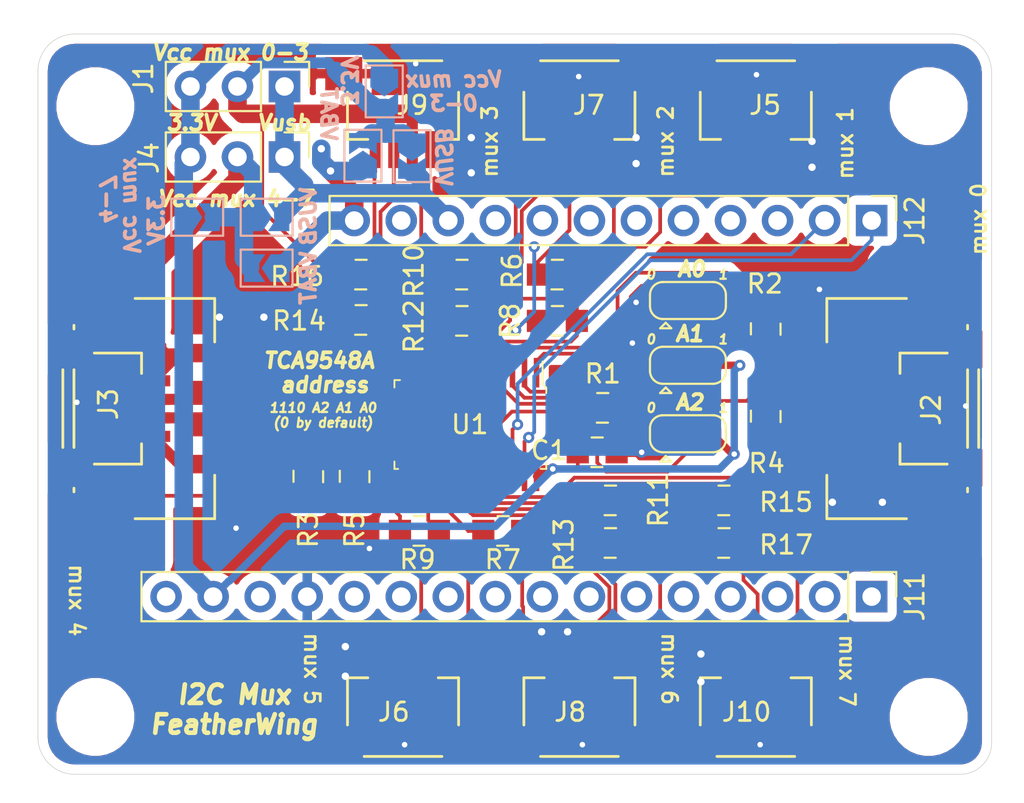
<source format=kicad_pcb>
(kicad_pcb (version 20171130) (host pcbnew "(5.1.5)-3")
  (layers (0 Front signal) (31 Back signal) (34 B.Paste user) (35 F.Paste user) (36 B.SilkS user) (37 F.SilkS user) (38 B.Mask user) (39 F.Mask user) (44 Edge.Cuts user))
  (net 0 "")
  (net 1 GND)
  (net 2 +3V3)
  (net 3 SDA)
  (net 4 SCL)
  (net 5 V_USB)
  (net 6 BAT)
  (net 7 I2C_V1)
  (net 8 I2C_V2)
  (net 9 "Net-(J5-Pad3)")
  (net 10 "Net-(J5-Pad4)")
  (net 11 "Net-(J7-Pad3)")
  (net 12 "Net-(J7-Pad4)")
  (net 13 "Net-(J8-Pad4)")
  (net 14 "Net-(J8-Pad3)")
  (net 15 "Net-(J9-Pad4)")
  (net 16 "Net-(J9-Pad3)")
  (net 17 "Net-(J10-Pad3)")
  (net 18 "Net-(J10-Pad4)")
  (net 19 "Net-(JP1-Pad2)")
  (net 20 "Net-(JP2-Pad2)")
  (net 21 "Net-(JP3-Pad2)")
  (net 22 "Net-(J2-Pad4)")
  (net 23 "Net-(J2-Pad3)")
  (net 24 "Net-(J3-Pad4)")
  (net 25 "Net-(J3-Pad3)")
  (net 26 "Net-(J6-Pad4)")
  (net 27 "Net-(J6-Pad3)")
  (net 28 "Net-(R1-Pad1)")
  (module digikey-footprints:0805 (layer Front) (at 234.4 53.3)
    (fp_text reference R1 (at 0 -1.84) (layer F.SilkS))
    (fp_text value 10k)
    (pad 1 smd rect (at -1.05 0) (size 1.2 1.2) (layers Front F.Paste F.Mask) (net 28 "Net-(R1-Pad1)"))
    (pad 2 smd rect (at 1.05 0) (size 1.2 1.2) (layers Front F.Paste F.Mask) (net 2 +3V3))
  )
  (module Jumper:SolderJumper-3_P1.3mm_Bridged12_RoundedPad1.0x1.5mm (layer Front) (at 239 54.7)
    (fp_text reference JP3 hide)
    (fp_text value SolderJumper_3_Bridged12)
    (fp_poly (pts (xy -0.9 -0.3) (xy -0.4 -0.3) (xy -0.4 0.3) (xy -0.9 0.3)) (layer Front) (width 0))
    (pad 1 smd custom (at -1.3 0) (size 1 0.5) (layers Front F.Mask) (net 1 GND) (options (clearance outline) (anchor rect)) (primitives (gr_circle (center 0 0.25) (end 0.5 0.25) (width 0)) (gr_circle (center 0 -0.25) (end 0.5 -0.25) (width 0)) (gr_poly (pts (xy 0.55 -0.75) (xy 0 -0.75) (xy 0 0.75) (xy 0.55 0.75)) (width 0))))
    (pad 2 smd rect (at 0 0) (size 1 1.5) (layers Front F.Mask) (net 21 "Net-(JP3-Pad2)"))
    (pad 3 smd custom (at 1.3 0) (size 1 0.5) (layers Front F.Mask) (net 2 +3V3) (options (clearance outline) (anchor rect)) (primitives (gr_circle (center 0 0.25) (end 0.5 0.25) (width 0)) (gr_circle (center 0 -0.25) (end 0.5 -0.25) (width 0)) (gr_poly (pts (xy -0.55 -0.75) (xy 0 -0.75) (xy 0 0.75) (xy -0.55 0.75)) (width 0))))
  )
  (module Jumper:SolderJumper-3_P1.3mm_Bridged12_RoundedPad1.0x1.5mm (layer Front) (at 239 51)
    (fp_text reference JP2 hide)
    (fp_text value SolderJumper_3_Bridged12)
    (fp_poly (pts (xy -0.9 -0.3) (xy -0.4 -0.3) (xy -0.4 0.3) (xy -0.9 0.3)) (layer Front) (width 0))
    (pad 1 smd custom (at -1.3 0) (size 1 0.5) (layers Front F.Mask) (net 1 GND) (options (clearance outline) (anchor rect)) (primitives (gr_circle (center 0 0.25) (end 0.5 0.25) (width 0)) (gr_circle (center 0 -0.25) (end 0.5 -0.25) (width 0)) (gr_poly (pts (xy 0.55 -0.75) (xy 0 -0.75) (xy 0 0.75) (xy 0.55 0.75)) (width 0))))
    (pad 2 smd rect (at 0 0) (size 1 1.5) (layers Front F.Mask) (net 20 "Net-(JP2-Pad2)"))
    (pad 3 smd custom (at 1.3 0) (size 1 0.5) (layers Front F.Mask) (net 2 +3V3) (options (clearance outline) (anchor rect)) (primitives (gr_circle (center 0 0.25) (end 0.5 0.25) (width 0)) (gr_circle (center 0 -0.25) (end 0.5 -0.25) (width 0)) (gr_poly (pts (xy -0.55 -0.75) (xy 0 -0.75) (xy 0 0.75) (xy -0.55 0.75)) (width 0))))
  )
  (module Jumper:SolderJumper-3_P1.3mm_Bridged12_RoundedPad1.0x1.5mm (layer Front) (at 239 47.5)
    (fp_text reference JP1 hide)
    (fp_text value SolderJumper_3_Bridged12)
    (fp_poly (pts (xy -0.9 -0.3) (xy -0.4 -0.3) (xy -0.4 0.3) (xy -0.9 0.3)) (layer Front) (width 0))
    (pad 1 smd custom (at -1.3 0) (size 1 0.5) (layers Front F.Mask) (net 1 GND) (options (clearance outline) (anchor rect)) (primitives (gr_circle (center 0 0.25) (end 0.5 0.25) (width 0)) (gr_circle (center 0 -0.25) (end 0.5 -0.25) (width 0)) (gr_poly (pts (xy 0.55 -0.75) (xy 0 -0.75) (xy 0 0.75) (xy 0.55 0.75)) (width 0))))
    (pad 2 smd rect (at 0 0) (size 1 1.5) (layers Front F.Mask) (net 19 "Net-(JP1-Pad2)"))
    (pad 3 smd custom (at 1.3 0) (size 1 0.5) (layers Front F.Mask) (net 2 +3V3) (options (clearance outline) (anchor rect)) (primitives (gr_circle (center 0 0.25) (end 0.5 0.25) (width 0)) (gr_circle (center 0 -0.25) (end 0.5 -0.25) (width 0)) (gr_poly (pts (xy -0.55 -0.75) (xy 0 -0.75) (xy 0 0.75) (xy -0.55 0.75)) (width 0))))
  )
  (module Connector_PinHeader_2.54mm:PinHeader_1x16_P2.54mm_Vertical (layer Front) (at 248.92 63.5 270)
    (fp_text reference J11 (at 0 -2.33 90) (layer F.SilkS))
    (fp_text value Conn_01x16)
    (pad 16 thru_hole oval (at 0 38.1 270) (size 1.7 1.7) (drill 1) (layers *.Cu *.Mask))
    (pad 15 thru_hole oval (at 0 35.56 270) (size 1.7 1.7) (drill 1) (layers *.Cu *.Mask) (net 2 +3V3))
    (pad 14 thru_hole oval (at 0 33.02 270) (size 1.7 1.7) (drill 1) (layers *.Cu *.Mask))
    (pad 13 thru_hole oval (at 0 30.48 270) (size 1.7 1.7) (drill 1) (layers *.Cu *.Mask) (net 1 GND))
    (pad 12 thru_hole oval (at 0 27.94 270) (size 1.7 1.7) (drill 1) (layers *.Cu *.Mask))
    (pad 11 thru_hole oval (at 0 25.4 270) (size 1.7 1.7) (drill 1) (layers *.Cu *.Mask))
    (pad 10 thru_hole oval (at 0 22.86 270) (size 1.7 1.7) (drill 1) (layers *.Cu *.Mask))
    (pad 9 thru_hole oval (at 0 20.32 270) (size 1.7 1.7) (drill 1) (layers *.Cu *.Mask))
    (pad 8 thru_hole oval (at 0 17.78 270) (size 1.7 1.7) (drill 1) (layers *.Cu *.Mask))
    (pad 7 thru_hole oval (at 0 15.24 270) (size 1.7 1.7) (drill 1) (layers *.Cu *.Mask))
    (pad 6 thru_hole oval (at 0 12.7 270) (size 1.7 1.7) (drill 1) (layers *.Cu *.Mask))
    (pad 5 thru_hole oval (at 0 10.16 270) (size 1.7 1.7) (drill 1) (layers *.Cu *.Mask))
    (pad 4 thru_hole oval (at 0 7.62 270) (size 1.7 1.7) (drill 1) (layers *.Cu *.Mask))
    (pad 3 thru_hole oval (at 0 5.08 270) (size 1.7 1.7) (drill 1) (layers *.Cu *.Mask))
    (pad 2 thru_hole oval (at 0 2.54 270) (size 1.7 1.7) (drill 1) (layers *.Cu *.Mask))
    (pad 1 thru_hole rect (at 0 0 270) (size 1.7 1.7) (drill 1) (layers *.Cu *.Mask))
  )
  (module Connector_PinHeader_2.54mm:PinHeader_1x12_P2.54mm_Vertical (layer Front) (at 248.92 43.18 270)
    (fp_text reference J12 (at 0 -2.33 90) (layer F.SilkS))
    (fp_text value Conn_01x12)
    (pad 12 thru_hole oval (at 0 27.94 270) (size 1.7 1.7) (drill 1) (layers *.Cu *.Mask) (net 6 BAT))
    (pad 11 thru_hole oval (at 0 25.4 270) (size 1.7 1.7) (drill 1) (layers *.Cu *.Mask))
    (pad 10 thru_hole oval (at 0 22.86 270) (size 1.7 1.7) (drill 1) (layers *.Cu *.Mask) (net 5 V_USB))
    (pad 9 thru_hole oval (at 0 20.32 270) (size 1.7 1.7) (drill 1) (layers *.Cu *.Mask))
    (pad 8 thru_hole oval (at 0 17.78 270) (size 1.7 1.7) (drill 1) (layers *.Cu *.Mask))
    (pad 7 thru_hole oval (at 0 15.24 270) (size 1.7 1.7) (drill 1) (layers *.Cu *.Mask))
    (pad 6 thru_hole oval (at 0 12.7 270) (size 1.7 1.7) (drill 1) (layers *.Cu *.Mask))
    (pad 5 thru_hole oval (at 0 10.16 270) (size 1.7 1.7) (drill 1) (layers *.Cu *.Mask))
    (pad 4 thru_hole oval (at 0 7.62 270) (size 1.7 1.7) (drill 1) (layers *.Cu *.Mask))
    (pad 3 thru_hole oval (at 0 5.08 270) (size 1.7 1.7) (drill 1) (layers *.Cu *.Mask))
    (pad 2 thru_hole oval (at 0 2.54 270) (size 1.7 1.7) (drill 1) (layers *.Cu *.Mask) (net 4 SCL))
    (pad 1 thru_hole rect (at 0 0 270) (size 1.7 1.7) (drill 1) (layers *.Cu *.Mask) (net 3 SDA))
  )
  (module Connector_PinHeader_2.54mm:PinHeader_1x03_P2.54mm_Vertical (layer Front) (at 217.215 35.935 270)
    (fp_text reference J1 (at -0.435 7.615 90) (layer F.SilkS))
    (fp_text value Conn_01x03)
    (pad 3 thru_hole oval (at 0 5.08 270) (size 1.7 1.7) (drill 1) (layers *.Cu *.Mask) (net 2 +3V3))
    (pad 2 thru_hole oval (at 0 2.54 270) (size 1.7 1.7) (drill 1) (layers *.Cu *.Mask) (net 7 I2C_V1))
    (pad 1 thru_hole rect (at 0 0 270) (size 1.7 1.7) (drill 1) (layers *.Cu *.Mask) (net 5 V_USB))
  )
  (module JST_PH-SH:JST_PH-SH_4x1 (layer Front) (at 252.3 53.34 270)
    (fp_text reference J2 (at 0.06 0.165 90) (layer F.SilkS))
    (fp_text value JST_PH-SH)
    (pad 0 smd rect (at 3.2 -1.7 270) (size 2 1.8) (layers Front F.Paste F.Mask) (net 1 GND))
    (pad 0 smd rect (at -3.2 -1.7 270) (size 2 1.8) (layers Front F.Paste F.Mask) (net 1 GND))
    (pad 4 smd rect (at -1.5 2.4 270) (size 0.6 2) (layers Front F.Paste F.Mask) (net 22 "Net-(J2-Pad4)"))
    (pad 3 smd rect (at -0.5 2.4 270) (size 0.6 2) (layers Front F.Paste F.Mask) (net 23 "Net-(J2-Pad3)"))
    (pad 2 smd rect (at 0.5 2.4 270) (size 0.6 2) (layers Front F.Paste F.Mask) (net 7 I2C_V1))
    (pad 1 smd rect (at 1.5 2.4 270) (size 0.6 2) (layers Front F.Paste F.Mask) (net 1 GND))
    (pad 0 smd rect (at 6.1 -0.3 270) (size 3 3.4) (layers Front F.Paste F.Mask) (net 1 GND))
    (pad 0 smd rect (at -6.1 -0.3 270) (size 3 3.4) (layers Front F.Paste F.Mask) (net 1 GND))
    (pad 4 smd rect (at -3 5.7 270) (size 1 4) (layers Front F.Paste F.Mask) (net 22 "Net-(J2-Pad4)"))
    (pad 3 smd rect (at -1 5.7 270) (size 1 4) (layers Front F.Paste F.Mask) (net 23 "Net-(J2-Pad3)"))
    (pad 2 smd rect (at 1 5.7 270) (size 1 4) (layers Front F.Paste F.Mask) (net 7 I2C_V1))
    (pad 1 smd rect (at 3 5.7 270) (size 1 4) (layers Front F.Paste F.Mask) (net 1 GND))
  )
  (module JST_PH-SH:JST_PH-SH_4x1 (layer Front) (at 207.645 53.34 90)
    (fp_text reference J3 (at 0.24 0.055 90) (layer F.SilkS))
    (fp_text value JST_PH-SH)
    (pad 0 smd rect (at 3.2 -1.7 90) (size 2 1.8) (layers Front F.Paste F.Mask) (net 1 GND))
    (pad 0 smd rect (at -3.2 -1.7 90) (size 2 1.8) (layers Front F.Paste F.Mask) (net 1 GND))
    (pad 4 smd rect (at -1.5 2.4 90) (size 0.6 2) (layers Front F.Paste F.Mask) (net 24 "Net-(J3-Pad4)"))
    (pad 3 smd rect (at -0.5 2.4 90) (size 0.6 2) (layers Front F.Paste F.Mask) (net 25 "Net-(J3-Pad3)"))
    (pad 2 smd rect (at 0.5 2.4 90) (size 0.6 2) (layers Front F.Paste F.Mask) (net 8 I2C_V2))
    (pad 1 smd rect (at 1.5 2.4 90) (size 0.6 2) (layers Front F.Paste F.Mask) (net 1 GND))
    (pad 0 smd rect (at 6.1 -0.3 90) (size 3 3.4) (layers Front F.Paste F.Mask) (net 1 GND))
    (pad 0 smd rect (at -6.1 -0.3 90) (size 3 3.4) (layers Front F.Paste F.Mask) (net 1 GND))
    (pad 4 smd rect (at -3 5.7 90) (size 1 4) (layers Front F.Paste F.Mask) (net 24 "Net-(J3-Pad4)"))
    (pad 3 smd rect (at -1 5.7 90) (size 1 4) (layers Front F.Paste F.Mask) (net 25 "Net-(J3-Pad3)"))
    (pad 2 smd rect (at 1 5.7 90) (size 1 4) (layers Front F.Paste F.Mask) (net 8 I2C_V2))
    (pad 1 smd rect (at 3 5.7 90) (size 1 4) (layers Front F.Paste F.Mask) (net 1 GND))
  )
  (module Connector_PinHeader_2.54mm:PinHeader_1x03_P2.54mm_Vertical (layer Front) (at 217.215 39.745 270)
    (fp_text reference J4 (at 0.055 7.315 90) (layer F.SilkS))
    (fp_text value Conn_01x03)
    (pad 3 thru_hole oval (at 0 5.08 270) (size 1.7 1.7) (drill 1) (layers *.Cu *.Mask) (net 2 +3V3))
    (pad 2 thru_hole oval (at 0 2.54 270) (size 1.7 1.7) (drill 1) (layers *.Cu *.Mask) (net 8 I2C_V2))
    (pad 1 thru_hole rect (at 0 0 270) (size 1.7 1.7) (drill 1) (layers *.Cu *.Mask) (net 5 V_USB))
  )
  (module JST_PH-SH:JST_SH_4x1 (layer Front) (at 223.615 36.445)
    (fp_text reference J9 (at 0.5 0.5) (layer F.SilkS))
    (fp_text value JST_SH)
    (pad 0 smd rect (at 3.2 -1.2) (size 2 1.8) (layers Front F.Paste F.Mask) (net 1 GND))
    (pad 0 smd rect (at -3.2 -1.2) (size 2 1.8) (layers Front F.Paste F.Mask) (net 1 GND))
    (pad 4 smd rect (at -1.5 2.9) (size 0.6 2) (layers Front F.Paste F.Mask) (net 15 "Net-(J9-Pad4)"))
    (pad 3 smd rect (at -0.5 2.9) (size 0.6 2) (layers Front F.Paste F.Mask) (net 16 "Net-(J9-Pad3)"))
    (pad 2 smd rect (at 0.5 2.9) (size 0.6 2) (layers Front F.Paste F.Mask) (net 7 I2C_V1))
    (pad 1 smd rect (at 1.5 2.9) (size 0.6 2) (layers Front F.Paste F.Mask) (net 1 GND))
  )
  (module JST_PH-SH:JST_SH_4x1 (layer Front) (at 242.665 70.235 180)
    (fp_text reference J10 (at 0.5 0.5) (layer F.SilkS))
    (fp_text value JST_SH)
    (pad 0 smd rect (at 3.2 -1.2 180) (size 2 1.8) (layers Front F.Paste F.Mask) (net 1 GND))
    (pad 0 smd rect (at -3.2 -1.2 180) (size 2 1.8) (layers Front F.Paste F.Mask) (net 1 GND))
    (pad 4 smd rect (at -1.5 2.9 180) (size 0.6 2) (layers Front F.Paste F.Mask) (net 18 "Net-(J10-Pad4)"))
    (pad 3 smd rect (at -0.5 2.9 180) (size 0.6 2) (layers Front F.Paste F.Mask) (net 17 "Net-(J10-Pad3)"))
    (pad 2 smd rect (at 0.5 2.9 180) (size 0.6 2) (layers Front F.Paste F.Mask) (net 8 I2C_V2))
    (pad 1 smd rect (at 1.5 2.9 180) (size 0.6 2) (layers Front F.Paste F.Mask) (net 1 GND))
  )
  (module digikey-footprints:0805 (layer Front) (at 221.35 46.1)
    (fp_text reference R16 (at -3.45 0.1) (layer F.SilkS))
    (fp_text value 10k)
    (pad 1 smd rect (at -1.05 0) (size 1.2 1.2) (layers Front F.Paste F.Mask) (net 7 I2C_V1))
    (pad 2 smd rect (at 1.05 0) (size 1.2 1.2) (layers Front F.Paste F.Mask) (net 16 "Net-(J9-Pad3)"))
  )
  (module digikey-footprints:0805 (layer Front) (at 240.95 60.6)
    (fp_text reference R17 (at 3.35 0.1) (layer F.SilkS))
    (fp_text value 10k)
    (pad 1 smd rect (at -1.05 0) (size 1.2 1.2) (layers Front F.Paste F.Mask) (net 8 I2C_V2))
    (pad 2 smd rect (at 1.05 0) (size 1.2 1.2) (layers Front F.Paste F.Mask) (net 17 "Net-(J10-Pad3)"))
  )
  (module MountingHole:MountingHole_3.2mm_M3_DIN965 (layer Front) (at 207 70)
    (fp_text reference H4 hide)
    (fp_text value MountingHole)
    (pad 1 np_thru_hole circle (at 0 0) (size 3.2 3.2) (drill 3.2) (layers *.Cu *.Mask))
  )
  (module MountingHole:MountingHole_3.2mm_M3_DIN965 (layer Front) (at 207 37)
    (fp_text reference H3 hide)
    (fp_text value MountingHole)
    (pad 1 np_thru_hole circle (at 0 0) (size 3.2 3.2) (drill 3.2) (layers *.Cu *.Mask))
  )
  (module MountingHole:MountingHole_3.2mm_M3_DIN965 (layer Front) (at 252 70)
    (fp_text reference H2 hide)
    (fp_text value MountingHole)
    (pad 1 np_thru_hole circle (at 0 0) (size 3.2 3.2) (drill 3.2) (layers *.Cu *.Mask))
  )
  (module MountingHole:MountingHole_3.2mm_M3_DIN965 (layer Front) (at 252 37)
    (fp_text reference H1 hide)
    (fp_text value MountingHole)
    (pad 1 np_thru_hole circle (at 0 0) (size 3.2 3.2) (drill 3.2) (layers *.Cu *.Mask))
  )
  (module digikey-footprints:0805 (layer Front) (at 234.1 55.7)
    (fp_text reference C1 (at -2.6 -0.1) (layer F.SilkS))
    (fp_text value 1u)
    (pad 1 smd rect (at -1.05 0) (size 1.2 1.2) (layers Front F.Paste F.Mask) (net 2 +3V3))
    (pad 2 smd rect (at 1.05 0) (size 1.2 1.2) (layers Front F.Paste F.Mask) (net 1 GND))
  )
  (module Jumper:SolderJumper-2_P1.3mm_Open_TrianglePad1.0x1.5mm (layer Back) (at 222.6 36.2 270)
    (fp_text reference JP4 hide)
    (fp_text value SolderJumper_2_Open)
    (pad 1 smd custom (at -0.725 0 270) (size 0.3 0.3) (layers Back B.Mask) (net 2 +3V3) (options (clearance outline) (anchor rect)) (primitives (gr_poly (pts (xy -0.5 0.75) (xy 0.5 0.75) (xy 1 0) (xy 0.5 -0.75) (xy -0.5 -0.75)) (width 0))))
    (pad 2 smd custom (at 0.725 0 270) (size 0.3 0.3) (layers Back B.Mask) (net 7 I2C_V1) (options (clearance outline) (anchor rect)) (primitives (gr_poly (pts (xy -0.65 0.75) (xy 0.5 0.75) (xy 0.5 -0.75) (xy -0.65 -0.75) (xy -0.15 0)) (width 0))))
  )
  (module Jumper:SolderJumper-2_P1.3mm_Open_TrianglePad1.0x1.5mm (layer Back) (at 224.1 39.7 270)
    (fp_text reference JP5 hide)
    (fp_text value SolderJumper_2_Open)
    (pad 1 smd custom (at -0.725 0 270) (size 0.3 0.3) (layers Back B.Mask) (net 7 I2C_V1) (options (clearance outline) (anchor rect)) (primitives (gr_poly (pts (xy -0.5 0.75) (xy 0.5 0.75) (xy 1 0) (xy 0.5 -0.75) (xy -0.5 -0.75)) (width 0))))
    (pad 2 smd custom (at 0.725 0 270) (size 0.3 0.3) (layers Back B.Mask) (net 5 V_USB) (options (clearance outline) (anchor rect)) (primitives (gr_poly (pts (xy -0.65 0.75) (xy 0.5 0.75) (xy 0.5 -0.75) (xy -0.65 -0.75) (xy -0.15 0)) (width 0))))
  )
  (module Jumper:SolderJumper-2_P1.3mm_Open_TrianglePad1.0x1.5mm (layer Back) (at 221.45 39.675 90)
    (fp_text reference JP6 hide)
    (fp_text value SolderJumper_2_Open)
    (pad 1 smd custom (at -0.725 0 90) (size 0.3 0.3) (layers Back B.Mask) (net 6 BAT) (options (clearance outline) (anchor rect)) (primitives (gr_poly (pts (xy -0.5 0.75) (xy 0.5 0.75) (xy 1 0) (xy 0.5 -0.75) (xy -0.5 -0.75)) (width 0))))
    (pad 2 smd custom (at 0.725 0 90) (size 0.3 0.3) (layers Back B.Mask) (net 7 I2C_V1) (options (clearance outline) (anchor rect)) (primitives (gr_poly (pts (xy -0.65 0.75) (xy 0.5 0.75) (xy 0.5 -0.75) (xy -0.65 -0.75) (xy -0.15 0)) (width 0))))
  )
  (module Jumper:SolderJumper-2_P1.3mm_Open_TrianglePad1.0x1.5mm (layer Back) (at 212.5 43)
    (fp_text reference JP7 hide)
    (fp_text value SolderJumper_2_Open)
    (pad 1 smd custom (at -0.725 0) (size 0.3 0.3) (layers Back B.Mask) (net 2 +3V3) (options (clearance outline) (anchor rect)) (primitives (gr_poly (pts (xy -0.5 0.75) (xy 0.5 0.75) (xy 1 0) (xy 0.5 -0.75) (xy -0.5 -0.75)) (width 0))))
    (pad 2 smd custom (at 0.725 0) (size 0.3 0.3) (layers Back B.Mask) (net 8 I2C_V2) (options (clearance outline) (anchor rect)) (primitives (gr_poly (pts (xy -0.65 0.75) (xy 0.5 0.75) (xy 0.5 -0.75) (xy -0.65 -0.75) (xy -0.15 0)) (width 0))))
  )
  (module Jumper:SolderJumper-2_P1.3mm_Open_TrianglePad1.0x1.5mm (layer Back) (at 216.25 43)
    (fp_text reference JP8 hide)
    (fp_text value SolderJumper_2_Open)
    (pad 1 smd custom (at -0.725 0) (size 0.3 0.3) (layers Back B.Mask) (net 8 I2C_V2) (options (clearance outline) (anchor rect)) (primitives (gr_poly (pts (xy -0.5 0.75) (xy 0.5 0.75) (xy 1 0) (xy 0.5 -0.75) (xy -0.5 -0.75)) (width 0))))
    (pad 2 smd custom (at 0.725 0) (size 0.3 0.3) (layers Back B.Mask) (net 5 V_USB) (options (clearance outline) (anchor rect)) (primitives (gr_poly (pts (xy -0.65 0.75) (xy 0.5 0.75) (xy 0.5 -0.75) (xy -0.65 -0.75) (xy -0.15 0)) (width 0))))
  )
  (module Jumper:SolderJumper-2_P1.3mm_Open_TrianglePad1.0x1.5mm (layer Back) (at 216.25 45.75 180)
    (fp_text reference JP9 hide)
    (fp_text value SolderJumper_2_Open)
    (pad 1 smd custom (at -0.725 0 180) (size 0.3 0.3) (layers Back B.Mask) (net 6 BAT) (options (clearance outline) (anchor rect)) (primitives (gr_poly (pts (xy -0.5 0.75) (xy 0.5 0.75) (xy 1 0) (xy 0.5 -0.75) (xy -0.5 -0.75)) (width 0))))
    (pad 2 smd custom (at 0.725 0 180) (size 0.3 0.3) (layers Back B.Mask) (net 8 I2C_V2) (options (clearance outline) (anchor rect)) (primitives (gr_poly (pts (xy -0.65 0.75) (xy 0.5 0.75) (xy 0.5 -0.75) (xy -0.65 -0.75) (xy -0.15 0)) (width 0))))
  )
  (module digikey-footprints:0805 (layer Front) (at 243.2 49.05 270)
    (fp_text reference R2 (at -2.45 0.05 180) (layer F.SilkS))
    (fp_text value 10k)
    (pad 1 smd rect (at -1.05 0 270) (size 1.2 1.2) (layers Front F.Paste F.Mask) (net 7 I2C_V1))
    (pad 2 smd rect (at 1.05 0 270) (size 1.2 1.2) (layers Front F.Paste F.Mask) (net 22 "Net-(J2-Pad4)"))
  )
  (module digikey-footprints:0805 (layer Front) (at 218.5 57 90)
    (fp_text reference R3 (at -2.9 0 90) (layer F.SilkS))
    (fp_text value 10k)
    (pad 1 smd rect (at -1.05 0 90) (size 1.2 1.2) (layers Front F.Paste F.Mask) (net 8 I2C_V2))
    (pad 2 smd rect (at 1.05 0 90) (size 1.2 1.2) (layers Front F.Paste F.Mask) (net 24 "Net-(J3-Pad4)"))
  )
  (module digikey-footprints:0805 (layer Front) (at 243.2 53.75 90)
    (fp_text reference R4 (at -2.55 0.05 180) (layer F.SilkS))
    (fp_text value 10k)
    (pad 1 smd rect (at -1.05 0 90) (size 1.2 1.2) (layers Front F.Paste F.Mask) (net 7 I2C_V1))
    (pad 2 smd rect (at 1.05 0 90) (size 1.2 1.2) (layers Front F.Paste F.Mask) (net 23 "Net-(J2-Pad3)"))
  )
  (module digikey-footprints:0805 (layer Front) (at 221 57 90)
    (fp_text reference R5 (at -2.9 0 90) (layer F.SilkS))
    (fp_text value 10k)
    (pad 1 smd rect (at -1.05 0 90) (size 1.2 1.2) (layers Front F.Paste F.Mask) (net 8 I2C_V2))
    (pad 2 smd rect (at 1.05 0 90) (size 1.2 1.2) (layers Front F.Paste F.Mask) (net 25 "Net-(J3-Pad3)"))
  )
  (module digikey-footprints:0805 (layer Front) (at 231.95 46.1)
    (fp_text reference R6 (at -2.45 -0.2 90) (layer F.SilkS))
    (fp_text value 10k)
    (pad 1 smd rect (at -1.05 0) (size 1.2 1.2) (layers Front F.Paste F.Mask) (net 7 I2C_V1))
    (pad 2 smd rect (at 1.05 0) (size 1.2 1.2) (layers Front F.Paste F.Mask) (net 10 "Net-(J5-Pad4)"))
  )
  (module digikey-footprints:0805 (layer Front) (at 229 59.95 180)
    (fp_text reference R7 (at 0 -1.55) (layer F.SilkS))
    (fp_text value 10k)
    (pad 1 smd rect (at -1.05 0 180) (size 1.2 1.2) (layers Front F.Paste F.Mask) (net 8 I2C_V2))
    (pad 2 smd rect (at 1.05 0 180) (size 1.2 1.2) (layers Front F.Paste F.Mask) (net 26 "Net-(J6-Pad4)"))
  )
  (module digikey-footprints:0805 (layer Front) (at 231.95 48.6)
    (fp_text reference R8 (at -2.55 0 90) (layer F.SilkS))
    (fp_text value 10k)
    (pad 1 smd rect (at -1.05 0) (size 1.2 1.2) (layers Front F.Paste F.Mask) (net 7 I2C_V1))
    (pad 2 smd rect (at 1.05 0) (size 1.2 1.2) (layers Front F.Paste F.Mask) (net 9 "Net-(J5-Pad3)"))
  )
  (module digikey-footprints:0805 (layer Front) (at 224.5 59.95)
    (fp_text reference R9 (at -0.1 1.55) (layer F.SilkS))
    (fp_text value 10k)
    (pad 1 smd rect (at -1.05 0) (size 1.2 1.2) (layers Front F.Paste F.Mask) (net 8 I2C_V2))
    (pad 2 smd rect (at 1.05 0) (size 1.2 1.2) (layers Front F.Paste F.Mask) (net 27 "Net-(J6-Pad3)"))
  )
  (module digikey-footprints:0805 (layer Front) (at 226.8 46.1)
    (fp_text reference R10 (at -2.6 -0.2 90) (layer F.SilkS))
    (fp_text value 10k)
    (pad 1 smd rect (at -1.05 0) (size 1.2 1.2) (layers Front F.Paste F.Mask) (net 7 I2C_V1))
    (pad 2 smd rect (at 1.05 0) (size 1.2 1.2) (layers Front F.Paste F.Mask) (net 12 "Net-(J7-Pad4)"))
  )
  (module digikey-footprints:0805 (layer Front) (at 234.8 58.3 180)
    (fp_text reference R11 (at -2.6 0 90) (layer F.SilkS))
    (fp_text value 10k)
    (pad 1 smd rect (at -1.05 0 180) (size 1.2 1.2) (layers Front F.Paste F.Mask) (net 8 I2C_V2))
    (pad 2 smd rect (at 1.05 0 180) (size 1.2 1.2) (layers Front F.Paste F.Mask) (net 13 "Net-(J8-Pad4)"))
  )
  (module digikey-footprints:0805 (layer Front) (at 226.8 48.6)
    (fp_text reference R12 (at -2.6 0.3 90) (layer F.SilkS))
    (fp_text value 10k)
    (pad 1 smd rect (at -1.05 0) (size 1.2 1.2) (layers Front F.Paste F.Mask) (net 7 I2C_V1))
    (pad 2 smd rect (at 1.05 0) (size 1.2 1.2) (layers Front F.Paste F.Mask) (net 11 "Net-(J7-Pad3)"))
  )
  (module digikey-footprints:0805 (layer Front) (at 234.8 60.6 180)
    (fp_text reference R13 (at 2.5 -0.1 90) (layer F.SilkS))
    (fp_text value 10k)
    (pad 1 smd rect (at -1.05 0 180) (size 1.2 1.2) (layers Front F.Paste F.Mask) (net 8 I2C_V2))
    (pad 2 smd rect (at 1.05 0 180) (size 1.2 1.2) (layers Front F.Paste F.Mask) (net 14 "Net-(J8-Pad3)"))
  )
  (module digikey-footprints:0805 (layer Front) (at 221.35 48.55)
    (fp_text reference R14 (at -3.35 0.05) (layer F.SilkS))
    (fp_text value 10k)
    (pad 1 smd rect (at -1.05 0) (size 1.2 1.2) (layers Front F.Paste F.Mask) (net 7 I2C_V1))
    (pad 2 smd rect (at 1.05 0) (size 1.2 1.2) (layers Front F.Paste F.Mask) (net 15 "Net-(J9-Pad4)"))
  )
  (module digikey-footprints:0805 (layer Front) (at 240.95 58.3)
    (fp_text reference R15 (at 3.35 0.1 180) (layer F.SilkS))
    (fp_text value 10k)
    (pad 1 smd rect (at -1.05 0) (size 1.2 1.2) (layers Front F.Paste F.Mask) (net 8 I2C_V2))
    (pad 2 smd rect (at 1.05 0) (size 1.2 1.2) (layers Front F.Paste F.Mask) (net 18 "Net-(J10-Pad4)"))
  )
  (module digikey-footprints:TSSOP-24_W4.40mm (layer Front) (at 227.25 54.2 180)
    (fp_text reference U1 (at 0.03 0) (layer F.SilkS))
    (fp_text value TCA9548APWR)
    (pad 24 smd rect (at -3.575 -2.8 180) (size 0.3 1.6) (layers Front F.Paste F.Mask) (net 2 +3V3))
    (pad 23 smd rect (at -2.925 -2.8 180) (size 0.3 1.6) (layers Front F.Paste F.Mask) (net 3 SDA))
    (pad 22 smd rect (at -2.275 -2.8 180) (size 0.3 1.6) (layers Front F.Paste F.Mask) (net 4 SCL))
    (pad 21 smd rect (at -1.625 -2.8 180) (size 0.3 1.6) (layers Front F.Paste F.Mask) (net 21 "Net-(JP3-Pad2)"))
    (pad 20 smd rect (at -0.975 -2.8 180) (size 0.3 1.6) (layers Front F.Paste F.Mask) (net 18 "Net-(J10-Pad4)"))
    (pad 19 smd rect (at -0.325 -2.8 180) (size 0.3 1.6) (layers Front F.Paste F.Mask) (net 17 "Net-(J10-Pad3)"))
    (pad 18 smd rect (at 0.325 -2.8 180) (size 0.3 1.6) (layers Front F.Paste F.Mask) (net 13 "Net-(J8-Pad4)"))
    (pad 17 smd rect (at 0.975 -2.8 180) (size 0.3 1.6) (layers Front F.Paste F.Mask) (net 14 "Net-(J8-Pad3)"))
    (pad 16 smd rect (at 1.625 -2.8 180) (size 0.3 1.6) (layers Front F.Paste F.Mask) (net 26 "Net-(J6-Pad4)"))
    (pad 15 smd rect (at 2.275 -2.8 180) (size 0.3 1.6) (layers Front F.Paste F.Mask) (net 27 "Net-(J6-Pad3)"))
    (pad 14 smd rect (at 2.925 -2.8 180) (size 0.3 1.6) (layers Front F.Paste F.Mask) (net 24 "Net-(J3-Pad4)"))
    (pad 13 smd rect (at 3.575 -2.8 180) (size 0.3 1.6) (layers Front F.Paste F.Mask) (net 25 "Net-(J3-Pad3)"))
    (pad 12 smd rect (at 3.575 2.8 180) (size 0.3 1.6) (layers Front F.Paste F.Mask) (net 1 GND))
    (pad 11 smd rect (at 2.925 2.8 180) (size 0.3 1.6) (layers Front F.Paste F.Mask) (net 15 "Net-(J9-Pad4)"))
    (pad 10 smd rect (at 2.275 2.8 180) (size 0.3 1.6) (layers Front F.Paste F.Mask) (net 16 "Net-(J9-Pad3)"))
    (pad 9 smd rect (at 1.625 2.8 180) (size 0.3 1.6) (layers Front F.Paste F.Mask) (net 12 "Net-(J7-Pad4)"))
    (pad 8 smd rect (at 0.975 2.8 180) (size 0.3 1.6) (layers Front F.Paste F.Mask) (net 11 "Net-(J7-Pad3)"))
    (pad 7 smd rect (at 0.325 2.8 180) (size 0.3 1.6) (layers Front F.Paste F.Mask) (net 10 "Net-(J5-Pad4)"))
    (pad 6 smd rect (at -0.325 2.8 180) (size 0.3 1.6) (layers Front F.Paste F.Mask) (net 9 "Net-(J5-Pad3)"))
    (pad 5 smd rect (at -0.975 2.8 180) (size 0.3 1.6) (layers Front F.Paste F.Mask) (net 22 "Net-(J2-Pad4)"))
    (pad 4 smd rect (at -1.625 2.8 180) (size 0.3 1.6) (layers Front F.Paste F.Mask) (net 23 "Net-(J2-Pad3)"))
    (pad 3 smd rect (at -2.275 2.8 180) (size 0.3 1.6) (layers Front F.Paste F.Mask) (net 28 "Net-(R1-Pad1)"))
    (pad 2 smd rect (at -2.925 2.8 180) (size 0.3 1.6) (layers Front F.Paste F.Mask) (net 20 "Net-(JP2-Pad2)"))
    (pad 1 smd rect (at -3.575 2.8 180) (size 0.3 1.6) (layers Front F.Paste F.Mask) (net 19 "Net-(JP1-Pad2)"))
  )
  (module JST_PH-SH:JST_SH_4x1 (layer Front) (at 242.665 36.445)
    (fp_text reference J5 (at 0.5 0.5) (layer F.SilkS))
    (fp_text value JST_SH)
    (pad 0 smd rect (at 3.2 -1.2) (size 2 1.8) (layers Front F.Paste F.Mask) (net 1 GND))
    (pad 0 smd rect (at -3.2 -1.2) (size 2 1.8) (layers Front F.Paste F.Mask) (net 1 GND))
    (pad 4 smd rect (at -1.5 2.9) (size 0.6 2) (layers Front F.Paste F.Mask) (net 10 "Net-(J5-Pad4)"))
    (pad 3 smd rect (at -0.5 2.9) (size 0.6 2) (layers Front F.Paste F.Mask) (net 9 "Net-(J5-Pad3)"))
    (pad 2 smd rect (at 0.5 2.9) (size 0.6 2) (layers Front F.Paste F.Mask) (net 7 I2C_V1))
    (pad 1 smd rect (at 1.5 2.9) (size 0.6 2) (layers Front F.Paste F.Mask) (net 1 GND))
  )
  (module JST_PH-SH:JST_SH_4x1 (layer Front) (at 223.615 70.235 180)
    (fp_text reference J6 (at 0.5 0.5) (layer F.SilkS))
    (fp_text value JST_SH)
    (pad 0 smd rect (at 3.2 -1.2 180) (size 2 1.8) (layers Front F.Paste F.Mask) (net 1 GND))
    (pad 0 smd rect (at -3.2 -1.2 180) (size 2 1.8) (layers Front F.Paste F.Mask) (net 1 GND))
    (pad 4 smd rect (at -1.5 2.9 180) (size 0.6 2) (layers Front F.Paste F.Mask) (net 26 "Net-(J6-Pad4)"))
    (pad 3 smd rect (at -0.5 2.9 180) (size 0.6 2) (layers Front F.Paste F.Mask) (net 27 "Net-(J6-Pad3)"))
    (pad 2 smd rect (at 0.5 2.9 180) (size 0.6 2) (layers Front F.Paste F.Mask) (net 8 I2C_V2))
    (pad 1 smd rect (at 1.5 2.9 180) (size 0.6 2) (layers Front F.Paste F.Mask) (net 1 GND))
  )
  (module JST_PH-SH:JST_SH_4x1 (layer Front) (at 233.14 36.445)
    (fp_text reference J7 (at 0.5 0.5) (layer F.SilkS))
    (fp_text value JST_SH)
    (pad 0 smd rect (at 3.2 -1.2) (size 2 1.8) (layers Front F.Paste F.Mask) (net 1 GND))
    (pad 0 smd rect (at -3.2 -1.2) (size 2 1.8) (layers Front F.Paste F.Mask) (net 1 GND))
    (pad 4 smd rect (at -1.5 2.9) (size 0.6 2) (layers Front F.Paste F.Mask) (net 12 "Net-(J7-Pad4)"))
    (pad 3 smd rect (at -0.5 2.9) (size 0.6 2) (layers Front F.Paste F.Mask) (net 11 "Net-(J7-Pad3)"))
    (pad 2 smd rect (at 0.5 2.9) (size 0.6 2) (layers Front F.Paste F.Mask) (net 7 I2C_V1))
    (pad 1 smd rect (at 1.5 2.9) (size 0.6 2) (layers Front F.Paste F.Mask) (net 1 GND))
  )
  (module JST_PH-SH:JST_SH_4x1 (layer Front) (at 233.14 70.235 180)
    (fp_text reference J8 (at 0.5 0.5) (layer F.SilkS))
    (fp_text value JST_SH)
    (pad 0 smd rect (at 3.2 -1.2 180) (size 2 1.8) (layers Front F.Paste F.Mask) (net 1 GND))
    (pad 0 smd rect (at -3.2 -1.2 180) (size 2 1.8) (layers Front F.Paste F.Mask) (net 1 GND))
    (pad 4 smd rect (at -1.5 2.9 180) (size 0.6 2) (layers Front F.Paste F.Mask) (net 13 "Net-(J8-Pad4)"))
    (pad 3 smd rect (at -0.5 2.9 180) (size 0.6 2) (layers Front F.Paste F.Mask) (net 14 "Net-(J8-Pad3)"))
    (pad 2 smd rect (at 0.5 2.9 180) (size 0.6 2) (layers Front F.Paste F.Mask) (net 8 I2C_V2))
    (pad 1 smd rect (at 1.5 2.9 180) (size 0.6 2) (layers Front F.Paste F.Mask) (net 1 GND))
  )
  (gr_text 1 (at 240.9 46.1) (layer F.SilkS) (effects (font (size 0.5 0.5) (thickness 0.125) italic)))
  (gr_text 0 (at 237 46.1) (layer F.SilkS) (effects (font (size 0.5 0.5) (thickness 0.125) italic)))
  (gr_text 1 (at 240.9 53.3) (layer F.SilkS) (effects (font (size 0.5 0.5) (thickness 0.125) italic)))
  (gr_text 0 (at 237 53.3) (layer F.SilkS) (effects (font (size 0.5 0.5) (thickness 0.125) italic)))
  (gr_text 1 (at 240.9 49.6) (layer F.SilkS) (effects (font (size 0.5 0.5) (thickness 0.125) italic)))
  (gr_text 0 (at 237 49.6) (layer F.SilkS) (effects (font (size 0.5 0.5) (thickness 0.125) italic)))
  (gr_text "I2C Mux\nFeatherWing" (at 214.5 69.6) (layer F.SilkS) (effects (font (size 1 1) (thickness 0.25) italic)))
  (gr_text "1110 A2 A1 A0\n(0 by default)" (at 219.3 53.7) (layer F.SilkS) (effects (font (size 0.5 0.5) (thickness 0.125) italic)))
  (gr_text "TCA9548A \naddress" (at 219.4 51.4) (layer F.SilkS) (effects (font (size 0.8128 0.8128) (thickness 0.2032) italic)))
  (gr_text A2 (at 239.1 53) (layer F.SilkS) (effects (font (size 0.8128 0.8128) (thickness 0.2032) italic)))
  (gr_text A1 (at 239.1 49.3) (layer F.SilkS) (effects (font (size 0.8128 0.8128) (thickness 0.2032) italic)))
  (gr_text A0 (at 239.2 45.8) (layer F.SilkS) (effects (font (size 0.8128 0.8128) (thickness 0.2032) italic)))
  (gr_text "Vcc mux\n0-3" (at 226.4 36.2) (layer B.SilkS) (effects (font (size 0.8128 0.8128) (thickness 0.2032) italic) (justify mirror)))
  (gr_text "Vcc mux \n4-7" (at 208.3 42.1 270) (layer B.SilkS) (effects (font (size 0.8128 0.8128) (thickness 0.2032) italic) (justify mirror)))
  (gr_text 3.3V (at 220.7 35.7 270) (layer B.SilkS) (effects (font (size 0.8128 0.8128) (thickness 0.2032) italic) (justify mirror)))
  (gr_text VUSB (at 225.8 39.8 270) (layer B.SilkS) (effects (font (size 0.8128 0.8128) (thickness 0.2032) italic) (justify mirror)))
  (gr_text VBAT (at 219.6 37.5 270) (layer B.SilkS) (effects (font (size 0.8128 0.8128) (thickness 0.2032) italic) (justify mirror)))
  (gr_text 3.3V (at 210.3 43.1 90) (layer B.SilkS) (effects (font (size 0.8128 0.8128) (thickness 0.2032) italic) (justify mirror)))
  (gr_text VBAT (at 218.5 46.2 90) (layer B.SilkS) (effects (font (size 0.8128 0.8128) (thickness 0.2032) italic) (justify mirror)))
  (gr_text VUSB (at 218.5 42.9 90) (layer B.SilkS) (effects (font (size 0.8128 0.8128) (thickness 0.2032) italic) (justify mirror)))
  (gr_text "mux 7" (at 247.6 67.5 270) (layer F.SilkS) (effects (font (size 0.8128 0.8128) (thickness 0.1524))))
  (gr_text "mux 6" (at 238 67.4 270) (layer F.SilkS) (effects (font (size 0.8128 0.8128) (thickness 0.1524))))
  (gr_text "mux 5" (at 218.7 67.4 270) (layer F.SilkS) (effects (font (size 0.8128 0.8128) (thickness 0.1524))))
  (gr_text "mux 4" (at 206 63.7 270) (layer F.SilkS) (effects (font (size 0.8128 0.8128) (thickness 0.1524))))
  (gr_text Vusb (at 217.2 37.9) (layer F.SilkS) (effects (font (size 0.8128 0.8128) (thickness 0.2032) italic)))
  (gr_text 3.3V (at 212.2 37.9) (layer F.SilkS) (effects (font (size 0.8128 0.8128) (thickness 0.2032) italic)))
  (gr_text "Vcc mux 4-7" (at 214.6 42) (layer F.SilkS) (effects (font (size 0.8128 0.8128) (thickness 0.2032) italic)))
  (gr_text "Vcc mux 0-3" (at 214.3 34.1) (layer F.SilkS) (effects (font (size 0.8128 0.8128) (thickness 0.2032) italic)))
  (gr_text "mux 3" (at 228.3 38.9 90) (layer F.SilkS) (effects (font (size 0.8128 0.8128) (thickness 0.1524))))
  (gr_text "mux 2" (at 237.8 38.9 90) (layer F.SilkS) (effects (font (size 0.8128 0.8128) (thickness 0.1524))))
  (gr_text "mux 1" (at 247.5 39 90) (layer F.SilkS) (effects (font (size 0.8128 0.8128) (thickness 0.1524))))
  (gr_text "mux 0" (at 254.7 43.1 90) (layer F.SilkS) (effects (font (size 0.8128 0.8128) (thickness 0.1524))))
  (gr_arc (start 253.3 35.2) (end 255.4 35.2) (angle -90) (layer Edge.Cuts) (width 0.0381))
  (gr_arc (start 253.7 71.4) (end 253.7 73.1) (angle -90) (layer Edge.Cuts) (width 0.0381))
  (gr_arc (start 205.9 71.1) (end 203.9 71.1) (angle -90) (layer Edge.Cuts) (width 0.0381))
  (gr_arc (start 205.9 35.1) (end 205.9 33.1) (angle -90) (layer Edge.Cuts) (width 0.0381))
  (gr_line (start 255.4 71.4) (end 255.4 35.2) (layer Edge.Cuts) (width 0.0381))
  (gr_line (start 205.9 73.1) (end 253.7 73.1) (layer Edge.Cuts) (width 0.0381))
  (gr_line (start 203.9 35.1) (end 203.9 71.1) (layer Edge.Cuts) (width 0.0381))
  (gr_line (start 205.9 33.1) (end 253.3 33.1) (layer Edge.Cuts) (width 0.0381))
  (via (at 236 49.8) (size 0.6) (drill 0.3) (layers Front Back) (net 1))
  (segment (start 211.545 50.34) (end 210.045 51.84) (width 0.6) (layer Front) (net 1))
  (segment (start 213.345 50.34) (end 211.545 50.34) (width 0.6) (layer Front) (net 1))
  (via (at 206 53) (size 0.6) (drill 0.3) (layers Front Back) (net 1))
  (via (at 223.7 71.5) (size 0.6) (drill 0.3) (layers Front Back) (net 1))
  (via (at 233.3 71.5) (size 0.6) (drill 0.3) (layers Front Back) (net 1))
  (via (at 242.9 71.5) (size 0.6) (drill 0.3) (layers Front Back) (net 1))
  (via (at 242.7 35.3) (size 0.6) (drill 0.3) (layers Front Back) (net 1))
  (via (at 233.1 35.4) (size 0.6) (drill 0.3) (layers Front Back) (net 1))
  (via (at 224.3 34.7) (size 0.6) (drill 0.3) (layers Front Back) (net 1))
  (via (at 221.8 60.9) (size 0.6) (drill 0.3) (layers Front Back) (net 1))
  (via (at 214.6 59.8) (size 0.6) (drill 0.3) (layers Front Back) (net 1))
  (via (at 254 53.2) (size 0.6) (drill 0.3) (layers Front Back) (net 1))
  (via (at 246.1 46.9) (size 0.6) (drill 0.3) (layers Front Back) (net 1))
  (segment (start 205.945 58.04) (end 207.345 59.44) (width 0.6) (layer Front) (net 1))
  (segment (start 205.945 56.54) (end 205.945 58.04) (width 0.6) (layer Front) (net 1))
  (segment (start 205.945 48.64) (end 207.345 47.24) (width 0.6) (layer Front) (net 1))
  (segment (start 205.945 50.14) (end 205.945 48.64) (width 0.6) (layer Front) (net 1))
  (segment (start 248.4 56.34) (end 246.6 56.34) (width 0.6) (layer Front) (net 1))
  (segment (start 249.9 54.84) (end 248.4 56.34) (width 0.6) (layer Front) (net 1))
  (segment (start 254 48.64) (end 252.6 47.24) (width 0.6) (layer Front) (net 1))
  (segment (start 254 50.14) (end 254 48.64) (width 0.6) (layer Front) (net 1))
  (segment (start 252.6 57.94) (end 254 56.54) (width 0.6) (layer Front) (net 1))
  (segment (start 252.6 59.44) (end 252.6 57.94) (width 0.6) (layer Front) (net 1))
  (segment (start 219.1 51.4) (end 223.675 51.4) (width 0.2) (layer Front) (net 1))
  (segment (start 216.1 48.4) (end 216.1 48.4) (width 0.2) (layer Front) (net 1))
  (via (at 236.2 47.6) (size 0.6) (drill 0.3) (layers Front Back) (net 1))
  (via (at 236.5 55.7) (size 0.6) (drill 0.3) (layers Front Back) (net 1))
  (segment (start 214.6 59.8) (end 216.9 57.5) (width 1) (layer Back) (net 1))
  (segment (start 216.9 57.5) (end 229.3 57.5) (width 1) (layer Back) (net 1))
  (segment (start 236 50.8) (end 236 49.8) (width 1) (layer Back) (net 1))
  (segment (start 229.3 57.5) (end 236 50.8) (width 1) (layer Back) (net 1))
  (segment (start 237.2 51) (end 236 49.8) (width 0.2) (layer Front) (net 1))
  (segment (start 237.7 51) (end 237.2 51) (width 0.2) (layer Front) (net 1))
  (segment (start 236.3 47.5) (end 236.2 47.6) (width 0.2) (layer Front) (net 1))
  (segment (start 237.7 47.5) (end 236.3 47.5) (width 0.2) (layer Front) (net 1))
  (segment (start 237.5 54.7) (end 236.5 55.7) (width 0.2) (layer Front) (net 1))
  (segment (start 237.7 54.7) (end 237.5 54.7) (width 0.2) (layer Front) (net 1))
  (via (at 213.7 48.4) (size 0.9) (drill 0.4) (layers Front Back) (net 1))
  (segment (start 216.1 48.4) (end 219.1 51.4) (width 0.2) (layer Front) (net 1))
  (via (at 216.1 48.4) (size 0.9) (drill 0.4) (layers Front Back) (net 1))
  (via (at 227.3 40.6) (size 0.9) (drill 0.4) (layers Front Back) (net 1))
  (via (at 227.3 38.7) (size 0.9) (drill 0.4) (layers Front Back) (net 1))
  (via (at 236.2 38.7) (size 0.9) (drill 0.4) (layers Front Back) (net 1))
  (via (at 236.2 40.1) (size 0.9) (drill 0.4) (layers Front Back) (net 1))
  (via (at 245.7 38.9) (size 0.9) (drill 0.4) (layers Front Back) (net 1))
  (via (at 245.7 40.3) (size 0.9) (drill 0.4) (layers Front Back) (net 1))
  (via (at 246.8 58.4) (size 0.9) (drill 0.4) (layers Front Back) (net 1))
  (via (at 249.5 58.4) (size 0.9) (drill 0.4) (layers Front Back) (net 1))
  (via (at 239.7 68.1) (size 0.9) (drill 0.4) (layers Front Back) (net 1))
  (via (at 239.7 66.6) (size 0.9) (drill 0.4) (layers Front Back) (net 1))
  (via (at 232.5 65.4) (size 0.9) (drill 0.4) (layers Front Back) (net 1))
  (via (at 231.1 65.4) (size 0.9) (drill 0.4) (layers Front Back) (net 1))
  (via (at 220.5 67.8) (size 0.9) (drill 0.4) (layers Front Back) (net 1))
  (via (at 220.5 66.2) (size 0.9) (drill 0.4) (layers Front Back) (net 1))
  (via (at 231.7 56.6) (size 0.6) (drill 0.3) (layers Front Back) (net 2))
  (segment (start 231.225 56.6) (end 230.825 57) (width 0.4) (layer Front) (net 2))
  (segment (start 231.7 56.6) (end 231.225 56.6) (width 0.4) (layer Front) (net 2))
  (segment (start 211.775 61.915) (end 211.775 43) (width 1) (layer Back) (net 2))
  (segment (start 213.36 63.5) (end 211.775 61.915) (width 1) (layer Back) (net 2))
  (segment (start 211.775 40.105) (end 212.135 39.745) (width 1) (layer Back) (net 2))
  (segment (start 211.775 43) (end 211.775 40.105) (width 1) (layer Back) (net 2))
  (segment (start 212.135 39.745) (end 212.135 35.935) (width 1) (layer Back) (net 2))
  (segment (start 221.555989 33.930989) (end 214.139011 33.930989) (width 0.6) (layer Back) (net 2))
  (segment (start 214.139011 33.930989) (end 214.139011 33.960989) (width 0.6) (layer Back) (net 2))
  (segment (start 214.139011 33.960989) (end 213.8 34.3) (width 0.6) (layer Back) (net 2))
  (segment (start 221.555989 33.930989) (end 221.630989 33.930989) (width 0.6) (layer Back) (net 2))
  (segment (start 221.630989 33.930989) (end 221.9 34.2) (width 0.6) (layer Back) (net 2))
  (segment (start 213.77 34.3) (end 212.135 35.935) (width 1) (layer Back) (net 2))
  (segment (start 213.8 34.3) (end 213.77 34.3) (width 1) (layer Back) (net 2))
  (segment (start 222.6 34.9) (end 222.6 35.475) (width 1) (layer Back) (net 2))
  (segment (start 221.9 34.2) (end 222.6 34.9) (width 1) (layer Back) (net 2))
  (segment (start 214.209999 62.650001) (end 214.249999 62.650001) (width 0.4) (layer Back) (net 2))
  (segment (start 213.36 63.5) (end 214.209999 62.650001) (width 0.4) (layer Back) (net 2))
  (segment (start 214.249999 62.650001) (end 217.2 59.7) (width 0.4) (layer Back) (net 2))
  (segment (start 231.400001 56.899999) (end 231.7 56.6) (width 0.4) (layer Back) (net 2))
  (segment (start 228.6 59.7) (end 231.400001 56.899999) (width 0.4) (layer Back) (net 2))
  (segment (start 217.2 59.7) (end 228.6 59.7) (width 0.4) (layer Back) (net 2))
  (segment (start 232.124264 56.6) (end 231.7 56.6) (width 0.2) (layer Front) (net 2))
  (segment (start 232.95 56.6) (end 232.124264 56.6) (width 0.2) (layer Front) (net 2))
  (segment (start 233.05 56.5) (end 232.95 56.6) (width 0.2) (layer Front) (net 2))
  (segment (start 233.05 55.7) (end 233.05 56.5) (width 0.2) (layer Front) (net 2))
  (segment (start 235.7 53.05) (end 235.45 53.3) (width 0.2) (layer Front) (net 2))
  (segment (start 240.3 51.747592) (end 240.3 51) (width 0.2) (layer Front) (net 2))
  (segment (start 239.620582 52.42701) (end 240.3 51.747592) (width 0.2) (layer Front) (net 2))
  (segment (start 237.510529 52.42701) (end 239.620582 52.42701) (width 0.2) (layer Front) (net 2))
  (segment (start 236.637539 53.3) (end 237.510529 52.42701) (width 0.2) (layer Front) (net 2))
  (segment (start 235.45 53.3) (end 236.637539 53.3) (width 0.2) (layer Front) (net 2))
  (segment (start 231.7 56.6) (end 232.124264 56.6) (width 0.4) (layer Back) (net 2))
  (segment (start 232.124264 56.6) (end 240.7 56.6) (width 0.4) (layer Back) (net 2))
  (via (at 241.5 55.8) (size 0.6) (drill 0.3) (layers Front Back) (net 2))
  (segment (start 240.7 56.6) (end 241.5 55.8) (width 0.4) (layer Back) (net 2))
  (segment (start 241.4 55.8) (end 240.3 54.7) (width 0.4) (layer Front) (net 2))
  (segment (start 241.5 55.8) (end 241.4 55.8) (width 0.4) (layer Front) (net 2))
  (via (at 241.8 51) (size 0.6) (drill 0.3) (layers Front Back) (net 2))
  (segment (start 241.5 55.8) (end 241.5 51.3) (width 0.4) (layer Back) (net 2))
  (segment (start 241.5 51.3) (end 241.8 51) (width 0.4) (layer Back) (net 2))
  (segment (start 241.8 51) (end 240.3 51) (width 0.4) (layer Front) (net 2))
  (segment (start 240.3 51) (end 240.3 47.5) (width 0.4) (layer Front) (net 2))
  (segment (start 230.175 57) (end 230.175 56) (width 0.2) (layer Front) (net 3))
  (via (at 230.4 54.9) (size 0.6) (drill 0.3) (layers Front Back) (net 3))
  (segment (start 230.175 56) (end 230.175 55.125) (width 0.2) (layer Front) (net 3))
  (segment (start 230.175 55.125) (end 230.4 54.9) (width 0.2) (layer Front) (net 3))
  (segment (start 248.92 44.23) (end 248.92 43.18) (width 0.2) (layer Back) (net 3))
  (segment (start 236.93545 45.32701) (end 247.82299 45.32701) (width 0.2) (layer Back) (net 3))
  (segment (start 247.82299 45.32701) (end 248.92 44.23) (width 0.2) (layer Back) (net 3))
  (segment (start 230.699999 54.600001) (end 230.699999 51.600001) (width 0.2) (layer Back) (net 3))
  (segment (start 230.699999 51.600001) (end 236.9 45.4) (width 0.2) (layer Back) (net 3))
  (segment (start 236.9 45.4) (end 236.9 45.36246) (width 0.2) (layer Back) (net 3))
  (segment (start 236.9 45.36246) (end 236.93545 45.32701) (width 0.2) (layer Back) (net 3))
  (segment (start 230.4 54.9) (end 230.699999 54.600001) (width 0.2) (layer Back) (net 3))
  (segment (start 229.525 57) (end 229.525 55.675) (width 0.2) (layer Front) (net 4))
  (segment (start 229.52701 54.47299) (end 229.8 54.2) (width 0.2) (layer Front) (net 4))
  (via (at 229.8 54.2) (size 0.6) (drill 0.3) (layers Front Back) (net 4))
  (segment (start 229.525 55.675) (end 229.52701 55.67299) (width 0.2) (layer Front) (net 4))
  (segment (start 229.52701 55.67299) (end 229.52701 54.47299) (width 0.2) (layer Front) (net 4))
  (segment (start 244.56 45) (end 246.38 43.18) (width 0.2) (layer Back) (net 4))
  (segment (start 236.8 45) (end 244.56 45) (width 0.2) (layer Back) (net 4))
  (segment (start 229.8 54.2) (end 229.8 52) (width 0.2) (layer Back) (net 4))
  (segment (start 229.8 52) (end 236.8 45) (width 0.2) (layer Back) (net 4))
  (segment (start 217.15201 42.82299) (end 217.15201 43) (width 1) (layer Back) (net 5))
  (segment (start 218.272001 41.702999) (end 217.15201 42.82299) (width 1) (layer Back) (net 5))
  (segment (start 226.06 43.18) (end 224.582999 41.702999) (width 1) (layer Back) (net 5))
  (segment (start 224.582999 41.702999) (end 218.272001 41.702999) (width 1) (layer Back) (net 5))
  (segment (start 224.27701 40.60201) (end 224.1 40.60201) (width 1) (layer Back) (net 5))
  (segment (start 224.582999 41.702999) (end 224.582999 40.907999) (width 1) (layer Back) (net 5))
  (segment (start 224.582999 40.907999) (end 224.27701 40.60201) (width 1) (layer Back) (net 5))
  (segment (start 217.215 40.186962) (end 217.215 39.745) (width 1) (layer Back) (net 5))
  (segment (start 218.272001 41.243963) (end 217.215 40.186962) (width 1) (layer Back) (net 5))
  (segment (start 218.272001 41.702999) (end 218.272001 41.243963) (width 1) (layer Back) (net 5))
  (segment (start 217.215 39.745) (end 217.215 35.935) (width 1) (layer Back) (net 5))
  (segment (start 220.98 43.18) (end 220.98 42.58) (width 0.6) (layer Front) (net 6))
  (segment (start 219.545 43.18) (end 216.975 45.75) (width 1) (layer Back) (net 6))
  (segment (start 220.98 43.18) (end 219.545 43.18) (width 1) (layer Back) (net 6))
  (via (at 219.7 40.5) (size 0.9) (drill 0.4) (layers Front Back) (net 6))
  (segment (start 220.98 43.18) (end 220.98 41.78) (width 1) (layer Front) (net 6))
  (segment (start 220.98 41.78) (end 219.7 40.5) (width 1) (layer Front) (net 6))
  (segment (start 221.35 40.5) (end 221.45 40.4) (width 1) (layer Back) (net 6))
  (segment (start 219.7 40.5) (end 221.35 40.5) (width 1) (layer Back) (net 6))
  (via (at 219.2 39.3) (size 0.9) (drill 0.4) (layers Front Back) (net 6))
  (segment (start 219.2 40) (end 219.7 40.5) (width 1) (layer Back) (net 6))
  (segment (start 219.2 39.3) (end 219.2 40) (width 1) (layer Back) (net 6))
  (segment (start 220.3 48.55) (end 220.3 46.1) (width 0.2) (layer Front) (net 7))
  (segment (start 219.5 46.1) (end 215.952001 42.552001) (width 0.2) (layer Front) (net 7))
  (segment (start 220.3 46.1) (end 219.5 46.1) (width 0.2) (layer Front) (net 7))
  (segment (start 225.75 48.6) (end 225.75 46.1) (width 0.2) (layer Front) (net 7))
  (segment (start 224.115 40.545) (end 224.115 39.345) (width 0.2) (layer Front) (net 7))
  (segment (start 224.597001 44.147001) (end 224.597001 41.027001) (width 0.2) (layer Front) (net 7))
  (segment (start 224.597001 41.027001) (end 224.115 40.545) (width 0.2) (layer Front) (net 7))
  (segment (start 225.75 45.3) (end 224.597001 44.147001) (width 0.2) (layer Front) (net 7))
  (segment (start 225.75 46.1) (end 225.75 45.3) (width 0.2) (layer Front) (net 7))
  (segment (start 233.64 40.045) (end 233.64 39.345) (width 0.2) (layer Front) (net 7))
  (segment (start 232.602999 41.082001) (end 233.64 40.045) (width 0.2) (layer Front) (net 7))
  (segment (start 232.602999 43.696961) (end 232.602999 41.082001) (width 0.2) (layer Front) (net 7))
  (segment (start 230.9 45.39996) (end 232.602999 43.696961) (width 0.2) (layer Front) (net 7))
  (segment (start 230.9 46.1) (end 230.9 45.39996) (width 0.2) (layer Front) (net 7))
  (via (at 229.7 49.1) (size 0.6) (drill 0.3) (layers Front Back) (net 7))
  (segment (start 230.9 48.6) (end 230.2 48.6) (width 0.2) (layer Front) (net 7))
  (segment (start 230.2 48.6) (end 229.7 49.1) (width 0.2) (layer Front) (net 7))
  (via (at 230.7 44.6) (size 0.6) (drill 0.3) (layers Front Back) (net 7))
  (segment (start 229.7 49.1) (end 230.7 48.1) (width 0.2) (layer Back) (net 7))
  (segment (start 230.7 48.1) (end 230.7 44.6) (width 0.2) (layer Back) (net 7))
  (segment (start 230.7 45.9) (end 230.9 46.1) (width 0.2) (layer Front) (net 7))
  (segment (start 230.7 44.6) (end 230.7 45.9) (width 0.2) (layer Front) (net 7))
  (segment (start 244.21 54.34) (end 243.75 54.8) (width 0.2) (layer Front) (net 7))
  (segment (start 246.6 54.34) (end 244.21 54.34) (width 0.2) (layer Front) (net 7))
  (segment (start 247.1 53.84) (end 246.6 54.34) (width 0.6) (layer Front) (net 7))
  (segment (start 249.9 53.84) (end 247.1 53.84) (width 0.6) (layer Front) (net 7))
  (segment (start 224.1 38.975) (end 224.075 38.95) (width 0.6) (layer Back) (net 7))
  (segment (start 221.925 38.475) (end 221.62701 38.77299) (width 1) (layer Back) (net 7))
  (segment (start 224.1 38.975) (end 223.6 38.475) (width 1) (layer Back) (net 7))
  (segment (start 221.62701 38.77299) (end 221.45 38.77299) (width 1) (layer Back) (net 7))
  (segment (start 222.675 38.475) (end 221.925 38.475) (width 1) (layer Back) (net 7))
  (segment (start 223.6 38.475) (end 222.675 38.475) (width 1) (layer Back) (net 7))
  (segment (start 215.952001 34.657999) (end 215.524999 35.085001) (width 0.6) (layer Back) (net 7))
  (segment (start 219.582999 34.657999) (end 215.952001 34.657999) (width 0.6) (layer Back) (net 7))
  (segment (start 215.524999 35.085001) (end 214.675 35.935) (width 0.6) (layer Back) (net 7))
  (segment (start 219.582999 34.657999) (end 219.582999 34.682999) (width 0.6) (layer Back) (net 7))
  (segment (start 219.582999 34.682999) (end 220 35.1) (width 0.6) (layer Back) (net 7))
  (segment (start 222.675 37.10201) (end 222.675 38.475) (width 1) (layer Back) (net 7))
  (segment (start 220 35.1) (end 222.00201 37.10201) (width 1) (layer Back) (net 7))
  (segment (start 222.00201 37.10201) (end 222.675 37.10201) (width 1) (layer Back) (net 7))
  (segment (start 214.675 35.935) (end 214.675 37.137081) (width 1) (layer Front) (net 7))
  (segment (start 214.675 37.137081) (end 214.94992 37.412001) (width 1) (layer Front) (net 7))
  (segment (start 246.912001 37.412001) (end 251.2 41.7) (width 1) (layer Front) (net 7))
  (segment (start 251.2 41.7) (end 251.2 44) (width 1) (layer Front) (net 7))
  (segment (start 251.2 44) (end 249.7 45.5) (width 1) (layer Front) (net 7))
  (segment (start 249.7 45.5) (end 249.7 48.6) (width 1) (layer Front) (net 7))
  (segment (start 249.7 48.6) (end 252 50.9) (width 1) (layer Front) (net 7))
  (segment (start 252 50.9) (end 252 53.5) (width 1) (layer Front) (net 7))
  (segment (start 224.115 37.415) (end 224.115 39.345) (width 0.6) (layer Front) (net 7))
  (segment (start 224.112001 37.412001) (end 224.115 37.415) (width 0.6) (layer Front) (net 7))
  (segment (start 224.112001 37.412001) (end 226.687999 37.412001) (width 1) (layer Front) (net 7))
  (segment (start 233.64 37.464002) (end 233.64 39.345) (width 0.6) (layer Front) (net 7))
  (segment (start 233.587999 37.412001) (end 233.64 37.464002) (width 0.6) (layer Front) (net 7))
  (segment (start 226.687999 37.412001) (end 233.587999 37.412001) (width 1) (layer Front) (net 7))
  (segment (start 243.165 37.465) (end 243.165 39.345) (width 0.6) (layer Front) (net 7))
  (segment (start 243.112001 37.412001) (end 243.165 37.465) (width 0.6) (layer Front) (net 7))
  (segment (start 243.112001 37.412001) (end 246.912001 37.412001) (width 1) (layer Front) (net 7))
  (segment (start 233.587999 37.412001) (end 243.112001 37.412001) (width 1) (layer Front) (net 7))
  (segment (start 251.66 53.84) (end 249.9 53.84) (width 0.6) (layer Front) (net 7))
  (segment (start 252 53.5) (end 251.66 53.84) (width 0.6) (layer Front) (net 7))
  (segment (start 216.012001 42.492001) (end 215.952001 42.552001) (width 0.2) (layer Front) (net 7))
  (segment (start 216.012001 37.412001) (end 216.012001 42.492001) (width 0.2) (layer Front) (net 7))
  (segment (start 216.012001 37.412001) (end 224.112001 37.412001) (width 1) (layer Front) (net 7))
  (segment (start 214.94992 37.412001) (end 216.012001 37.412001) (width 1) (layer Front) (net 7))
  (segment (start 249.1 48) (end 243.2 48) (width 0.2) (layer Front) (net 7))
  (segment (start 249.7 48.6) (end 249.1 48) (width 0.2) (layer Front) (net 7))
  (segment (start 243.79 50.34) (end 243.75 50.3) (width 0.2) (layer Front) (net 22))
  (segment (start 248.8 50.34) (end 246.6 50.34) (width 0.2) (layer Front) (net 22))
  (segment (start 248.9 50.34) (end 248.8 50.34) (width 0.2) (layer Front) (net 22))
  (segment (start 249.9 51.34) (end 248.9 50.34) (width 0.2) (layer Front) (net 22))
  (segment (start 249.9 51.84) (end 249.9 51.34) (width 0.2) (layer Front) (net 22))
  (segment (start 243.44 50.34) (end 243.2 50.1) (width 0.2) (layer Front) (net 22))
  (segment (start 246.6 50.34) (end 243.44 50.34) (width 0.2) (layer Front) (net 22))
  (segment (start 247.1 52.84) (end 246.6 52.34) (width 0.2) (layer Front) (net 23))
  (segment (start 249.9 52.84) (end 247.1 52.84) (width 0.2) (layer Front) (net 23))
  (segment (start 244.11 52.34) (end 243.75 52.7) (width 0.2) (layer Front) (net 23))
  (segment (start 246.6 52.34) (end 244.11 52.34) (width 0.2) (layer Front) (net 23))
  (segment (start 212.845 52.84) (end 210.045 52.84) (width 0.6) (layer Front) (net 8))
  (segment (start 213.345 52.34) (end 212.845 52.84) (width 0.6) (layer Front) (net 8))
  (segment (start 221.8 58.05) (end 221 58.05) (width 0.2) (layer Front) (net 8))
  (segment (start 222.35 58.05) (end 221.8 58.05) (width 0.2) (layer Front) (net 8))
  (segment (start 223.45 59.15) (end 222.35 58.05) (width 0.2) (layer Front) (net 8))
  (segment (start 223.45 59.95) (end 223.45 59.15) (width 0.2) (layer Front) (net 8))
  (segment (start 220.2 58.05) (end 218.5 58.05) (width 0.2) (layer Front) (net 8))
  (segment (start 221 58.05) (end 220.2 58.05) (width 0.2) (layer Front) (net 8))
  (segment (start 230.05 60.75) (end 230.05 59.95) (width 0.2) (layer Front) (net 8))
  (segment (start 230.05 64.003962) (end 230.05 60.75) (width 0.2) (layer Front) (net 8))
  (segment (start 230.1 64.053962) (end 230.05 64.003962) (width 0.2) (layer Front) (net 8))
  (segment (start 230.1 69.5) (end 230.1 64.053962) (width 0.2) (layer Front) (net 8))
  (segment (start 239.9 58.3) (end 239.9 60.6) (width 0.2) (layer Front) (net 8))
  (segment (start 235.85 59.1) (end 235.85 60.6) (width 0.2) (layer Front) (net 8))
  (segment (start 235.85 58.3) (end 235.85 59.1) (width 0.2) (layer Front) (net 8))
  (segment (start 237.5 69.5) (end 237.5 60.6) (width 0.2) (layer Front) (net 8))
  (segment (start 237.5 60.6) (end 239.9 60.6) (width 0.2) (layer Front) (net 8))
  (segment (start 235.85 60.6) (end 237.5 60.6) (width 0.2) (layer Front) (net 8))
  (segment (start 215.34799 45.57299) (end 215.34799 45.75) (width 1) (layer Back) (net 8))
  (segment (start 215.025 45.25) (end 215.34799 45.57299) (width 1) (layer Back) (net 8))
  (segment (start 215.525 43) (end 215.025 43.5) (width 1) (layer Back) (net 8))
  (segment (start 215.025 43.5) (end 215.025 45.25) (width 1) (layer Back) (net 8))
  (segment (start 215.525 43) (end 213.40201 43) (width 1) (layer Back) (net 8))
  (segment (start 215.525 40.595) (end 214.675 39.745) (width 1) (layer Back) (net 8))
  (segment (start 215.525 43) (end 215.525 40.595) (width 1) (layer Back) (net 8))
  (segment (start 208.7 65.1) (end 213.1 69.5) (width 1) (layer Front) (net 8))
  (segment (start 208.7 63) (end 208.7 65.1) (width 1) (layer Front) (net 8))
  (segment (start 210.2 61.5) (end 208.7 63) (width 1) (layer Front) (net 8))
  (segment (start 210.2 57.5) (end 210.2 61.5) (width 1) (layer Front) (net 8))
  (segment (start 207.9 55.2) (end 210.2 57.5) (width 1) (layer Front) (net 8))
  (segment (start 214.675 39.745) (end 214.675 40.947081) (width 1) (layer Front) (net 8))
  (segment (start 214.675 40.947081) (end 210.1 45.522081) (width 1) (layer Front) (net 8))
  (segment (start 210.1 45.522081) (end 210.1 48.9) (width 1) (layer Front) (net 8))
  (segment (start 210.1 48.9) (end 207.9 51.1) (width 1) (layer Front) (net 8))
  (segment (start 237.5 69.5) (end 241.5 69.5) (width 1) (layer Front) (net 8))
  (segment (start 241.6 69.5) (end 241.5 69.5) (width 0.6) (layer Front) (net 8))
  (segment (start 242.165 68.935) (end 241.6 69.5) (width 0.6) (layer Front) (net 8))
  (segment (start 242.165 67.335) (end 242.165 68.935) (width 0.6) (layer Front) (net 8))
  (segment (start 232.64 69.46) (end 232.64 67.335) (width 0.6) (layer Front) (net 8))
  (segment (start 232.6 69.5) (end 232.64 69.46) (width 0.6) (layer Front) (net 8))
  (segment (start 232.6 69.5) (end 237.5 69.5) (width 1) (layer Front) (net 8))
  (segment (start 230.1 69.5) (end 232.6 69.5) (width 1) (layer Front) (net 8))
  (segment (start 223.115 69.485) (end 223.115 67.335) (width 0.6) (layer Front) (net 8))
  (segment (start 223.1 69.5) (end 223.115 69.485) (width 0.6) (layer Front) (net 8))
  (segment (start 223.1 69.5) (end 230.1 69.5) (width 1) (layer Front) (net 8))
  (segment (start 213.1 69.5) (end 223.1 69.5) (width 1) (layer Front) (net 8))
  (segment (start 207.9 52.8) (end 207.94 52.84) (width 0.6) (layer Front) (net 8))
  (segment (start 207.9 52.8) (end 207.9 55.2) (width 1) (layer Front) (net 8))
  (segment (start 207.94 52.84) (end 210.045 52.84) (width 0.6) (layer Front) (net 8))
  (segment (start 207.9 51.1) (end 207.9 52.8) (width 1) (layer Front) (net 8))
  (segment (start 210.75 58.05) (end 218.5 58.05) (width 0.2) (layer Front) (net 8))
  (segment (start 210.2 57.5) (end 210.75 58.05) (width 0.2) (layer Front) (net 8))
  (segment (start 212.845 53.84) (end 210.045 53.84) (width 0.6) (layer Front) (net 25))
  (segment (start 213.345 54.34) (end 212.845 53.84) (width 0.6) (layer Front) (net 25))
  (segment (start 221.8 55.95) (end 221 55.95) (width 0.2) (layer Front) (net 25))
  (segment (start 223.675 56) (end 223.625 55.95) (width 0.2) (layer Front) (net 25))
  (segment (start 223.625 55.95) (end 221.8 55.95) (width 0.2) (layer Front) (net 25))
  (segment (start 223.675 57) (end 223.675 56) (width 0.2) (layer Front) (net 25))
  (segment (start 218.59 54.34) (end 215.545 54.34) (width 0.2) (layer Front) (net 25))
  (segment (start 220.2 55.95) (end 218.59 54.34) (width 0.2) (layer Front) (net 25))
  (segment (start 215.545 54.34) (end 213.345 54.34) (width 0.2) (layer Front) (net 25))
  (segment (start 221 55.95) (end 220.2 55.95) (width 0.2) (layer Front) (net 25))
  (segment (start 211.545 56.34) (end 210.045 54.84) (width 0.6) (layer Front) (net 24))
  (segment (start 213.345 56.34) (end 211.545 56.34) (width 0.6) (layer Front) (net 24))
  (segment (start 224.297999 58.027001) (end 222.827001 58.027001) (width 0.2) (layer Front) (net 24))
  (segment (start 224.325 57) (end 224.325 58) (width 0.2) (layer Front) (net 24))
  (segment (start 224.325 58) (end 224.297999 58.027001) (width 0.2) (layer Front) (net 24))
  (segment (start 222.827001 58.027001) (end 221.8 57) (width 0.2) (layer Front) (net 24))
  (segment (start 218.5 56.75) (end 218.5 55.95) (width 0.2) (layer Front) (net 24))
  (segment (start 218.75 57) (end 218.5 56.75) (width 0.2) (layer Front) (net 24))
  (segment (start 221.8 57) (end 218.75 57) (width 0.2) (layer Front) (net 24))
  (segment (start 218.11 56.34) (end 218.5 55.95) (width 0.2) (layer Front) (net 24))
  (segment (start 213.345 56.34) (end 218.11 56.34) (width 0.2) (layer Front) (net 24))
  (segment (start 233 49.4) (end 233 48.6) (width 0.2) (layer Front) (net 9))
  (segment (start 227.575 50.691398) (end 228.066398 50.2) (width 0.2) (layer Front) (net 9))
  (segment (start 228.253938 50.2) (end 228.734958 49.718979) (width 0.2) (layer Front) (net 9))
  (segment (start 227.575 51.4) (end 227.575 50.691398) (width 0.2) (layer Front) (net 9))
  (segment (start 228.066398 50.2) (end 228.253938 50.2) (width 0.2) (layer Front) (net 9))
  (segment (start 232.681021 49.718979) (end 233 49.4) (width 0.2) (layer Front) (net 9))
  (segment (start 228.734958 49.718979) (end 232.681021 49.718979) (width 0.2) (layer Front) (net 9))
  (segment (start 237.77299 41.82701) (end 240.88299 41.82701) (width 0.2) (layer Front) (net 9))
  (segment (start 240.88299 41.82701) (end 242.165 40.545) (width 0.2) (layer Front) (net 9))
  (segment (start 233 48.6) (end 233 47.8) (width 0.2) (layer Front) (net 9))
  (segment (start 236.2 44.6) (end 236.7 44.6) (width 0.2) (layer Front) (net 9))
  (segment (start 233 47.8) (end 236.2 44.6) (width 0.2) (layer Front) (net 9))
  (segment (start 237.5 42.1) (end 237.77299 41.82701) (width 0.2) (layer Front) (net 9))
  (segment (start 236.7 44.6) (end 237.5 43.8) (width 0.2) (layer Front) (net 9))
  (segment (start 242.165 40.545) (end 242.165 39.345) (width 0.2) (layer Front) (net 9))
  (segment (start 237.5 43.8) (end 237.5 42.1) (width 0.2) (layer Front) (net 9))
  (segment (start 228.191476 49.8) (end 228.599507 49.391969) (width 0.2) (layer Front) (net 10))
  (segment (start 227.525 49.8) (end 228.191476 49.8) (width 0.2) (layer Front) (net 10))
  (segment (start 226.925 51.4) (end 226.925 50.4) (width 0.2) (layer Front) (net 10))
  (segment (start 226.925 50.4) (end 227.525 49.8) (width 0.2) (layer Front) (net 10))
  (segment (start 228.599507 49.373492) (end 229.4 48.572999) (width 0.2) (layer Front) (net 10))
  (segment (start 228.599507 49.391969) (end 228.599507 49.373492) (width 0.2) (layer Front) (net 10))
  (segment (start 229.4 48.572999) (end 229.4 47.9) (width 0.2) (layer Front) (net 10))
  (segment (start 229.4 47.9) (end 229.9 47.4) (width 0.2) (layer Front) (net 10))
  (segment (start 233 46.9) (end 233 46.1) (width 0.2) (layer Front) (net 10))
  (segment (start 232.5 47.4) (end 233 46.9) (width 0.2) (layer Front) (net 10))
  (segment (start 229.9 47.4) (end 232.5 47.4) (width 0.2) (layer Front) (net 10))
  (segment (start 233.8 46.1) (end 235 44.9) (width 0.2) (layer Front) (net 10))
  (segment (start 233 46.1) (end 233.8 46.1) (width 0.2) (layer Front) (net 10))
  (segment (start 235 44.9) (end 235 42.2) (width 0.2) (layer Front) (net 10))
  (segment (start 235 42.2) (end 235.7 41.5) (width 0.2) (layer Front) (net 10))
  (segment (start 235.7 41.5) (end 240.7 41.5) (width 0.2) (layer Front) (net 10))
  (segment (start 241.165 41.035) (end 241.165 39.345) (width 0.2) (layer Front) (net 10))
  (segment (start 240.7 41.5) (end 241.165 41.035) (width 0.2) (layer Front) (net 10))
  (segment (start 225.625 58.425) (end 227.15 59.95) (width 0.2) (layer Front) (net 26))
  (segment (start 225.625 57) (end 225.625 58.425) (width 0.2) (layer Front) (net 26))
  (segment (start 225.615 67.335) (end 225.115 67.335) (width 0.2) (layer Front) (net 26))
  (segment (start 227.137001 65.812999) (end 225.615 67.335) (width 0.2) (layer Front) (net 26))
  (segment (start 227.15 59.95) (end 227.137001 59.962999) (width 0.2) (layer Front) (net 26))
  (segment (start 227.95 59.95) (end 227.15 59.95) (width 0.2) (layer Front) (net 26))
  (segment (start 227.95 59.95) (end 227.95 61.75) (width 0.2) (layer Front) (net 26))
  (segment (start 227.137001 62.562999) (end 227.137001 65.812999) (width 0.2) (layer Front) (net 26))
  (segment (start 227.95 61.75) (end 227.137001 62.562999) (width 0.2) (layer Front) (net 26))
  (segment (start 224.975 59.375) (end 225.55 59.95) (width 0.2) (layer Front) (net 27))
  (segment (start 224.975 57) (end 224.975 59.375) (width 0.2) (layer Front) (net 27))
  (segment (start 224.115 66.135) (end 224.115 67.335) (width 0.2) (layer Front) (net 27))
  (segment (start 224.597001 61.702999) (end 224.597001 65.652999) (width 0.2) (layer Front) (net 27))
  (segment (start 225.55 60.75) (end 224.597001 61.702999) (width 0.2) (layer Front) (net 27))
  (segment (start 224.597001 65.652999) (end 224.115 66.135) (width 0.2) (layer Front) (net 27))
  (segment (start 225.55 59.95) (end 225.55 60.75) (width 0.2) (layer Front) (net 27))
  (segment (start 225.625 51.4) (end 225.625 50.77508) (width 0.2) (layer Front) (net 12))
  (segment (start 225.625 50.77508) (end 226.8 49.60008) (width 0.2) (layer Front) (net 12))
  (segment (start 227.05 46.1) (end 227.85 46.1) (width 0.2) (layer Front) (net 12))
  (segment (start 226.8 46.35) (end 227.05 46.1) (width 0.2) (layer Front) (net 12))
  (segment (start 226.8 49.60008) (end 226.8 46.35) (width 0.2) (layer Front) (net 12))
  (segment (start 228.65 46.1) (end 229.7 45.05) (width 0.2) (layer Front) (net 12))
  (segment (start 227.85 46.1) (end 228.65 46.1) (width 0.2) (layer Front) (net 12))
  (segment (start 231.14 39.345) (end 231.64 39.345) (width 0.2) (layer Front) (net 12))
  (segment (start 229.7 40.785) (end 231.14 39.345) (width 0.2) (layer Front) (net 12))
  (segment (start 229.7 45.05) (end 229.7 40.785) (width 0.2) (layer Front) (net 12))
  (segment (start 227.85 49.01254) (end 227.85 48.6) (width 0.2) (layer Front) (net 11))
  (segment (start 226.275 50.58754) (end 227.85 49.01254) (width 0.2) (layer Front) (net 11))
  (segment (start 226.275 51.4) (end 226.275 50.58754) (width 0.2) (layer Front) (net 11))
  (segment (start 230.02701 42.65799) (end 232.64 40.045) (width 0.2) (layer Front) (net 11))
  (segment (start 232.64 40.045) (end 232.64 39.345) (width 0.2) (layer Front) (net 11))
  (segment (start 230.02701 45.445989) (end 230.02701 42.65799) (width 0.2) (layer Front) (net 11))
  (segment (start 227.85 47.622999) (end 230.02701 45.445989) (width 0.2) (layer Front) (net 11))
  (segment (start 227.85 48.6) (end 227.85 47.622999) (width 0.2) (layer Front) (net 11))
  (segment (start 226.275 57) (end 226.275 58) (width 0.2) (layer Front) (net 14))
  (segment (start 232.95 60.6) (end 233.75 60.6) (width 0.2) (layer Front) (net 14))
  (segment (start 226.275 58) (end 227.275 59) (width 0.2) (layer Front) (net 14))
  (segment (start 227.275 59) (end 227.3 59) (width 0.2) (layer Front) (net 14))
  (segment (start 227.3 59) (end 227.4 59.1) (width 0.2) (layer Front) (net 14))
  (segment (start 231.45 59.1) (end 232.95 60.6) (width 0.2) (layer Front) (net 14))
  (segment (start 227.4 59.1) (end 231.45 59.1) (width 0.2) (layer Front) (net 14))
  (segment (start 234.757001 62.983039) (end 234.757001 64.242999) (width 0.2) (layer Front) (net 14))
  (segment (start 233.75 60.6) (end 233.75 61.976038) (width 0.2) (layer Front) (net 14))
  (segment (start 233.75 61.976038) (end 234.757001 62.983039) (width 0.2) (layer Front) (net 14))
  (segment (start 233.64 65.36) (end 233.64 67.335) (width 0.2) (layer Front) (net 14))
  (segment (start 234.757001 64.242999) (end 233.64 65.36) (width 0.2) (layer Front) (net 14))
  (segment (start 226.925 57) (end 226.925 58.18754) (width 0.2) (layer Front) (net 13))
  (segment (start 226.925 58.18754) (end 227.41045 58.67299) (width 0.2) (layer Front) (net 13))
  (segment (start 232.9 58.3) (end 233.75 58.3) (width 0.2) (layer Front) (net 13))
  (segment (start 227.57299 58.67299) (end 227.67299 58.77299) (width 0.2) (layer Front) (net 13))
  (segment (start 227.41045 58.67299) (end 227.57299 58.67299) (width 0.2) (layer Front) (net 13))
  (segment (start 232.42701 58.77299) (end 232.9 58.3) (width 0.2) (layer Front) (net 13))
  (segment (start 227.67299 58.77299) (end 232.42701 58.77299) (width 0.2) (layer Front) (net 13))
  (segment (start 234.55 58.3) (end 234.8 58.55) (width 0.2) (layer Front) (net 13))
  (segment (start 233.75 58.3) (end 234.55 58.3) (width 0.2) (layer Front) (net 13))
  (segment (start 234.64 66.135) (end 234.64 67.335) (width 0.2) (layer Front) (net 13))
  (segment (start 235.084011 65.690989) (end 234.64 66.135) (width 0.2) (layer Front) (net 13))
  (segment (start 235.084011 62.847588) (end 235.084011 65.690989) (width 0.2) (layer Front) (net 13))
  (segment (start 234.8 62.563578) (end 235.084011 62.847588) (width 0.2) (layer Front) (net 13))
  (segment (start 234.8 58.55) (end 234.8 62.563578) (width 0.2) (layer Front) (net 13))
  (segment (start 222.475 48.55) (end 222.4 48.55) (width 0.2) (layer Front) (net 15))
  (segment (start 224.325 50.4) (end 222.475 48.55) (width 0.2) (layer Front) (net 15))
  (segment (start 224.325 51.4) (end 224.325 50.4) (width 0.2) (layer Front) (net 15))
  (segment (start 222.07299 40.58701) (end 222.115 40.545) (width 0.2) (layer Front) (net 15))
  (segment (start 222.07299 44.42701) (end 222.07299 40.58701) (width 0.2) (layer Front) (net 15))
  (segment (start 221.572999 46.922999) (end 221.572999 44.927001) (width 0.2) (layer Front) (net 15))
  (segment (start 222.115 40.545) (end 222.115 39.345) (width 0.2) (layer Front) (net 15))
  (segment (start 221.572999 44.927001) (end 222.07299 44.42701) (width 0.2) (layer Front) (net 15))
  (segment (start 222.4 47.75) (end 221.572999 46.922999) (width 0.2) (layer Front) (net 15))
  (segment (start 222.4 48.55) (end 222.4 47.75) (width 0.2) (layer Front) (net 15))
  (segment (start 224.975 50.4) (end 223.6 49.025) (width 0.2) (layer Front) (net 16))
  (segment (start 224.975 51.4) (end 224.975 50.4) (width 0.2) (layer Front) (net 16))
  (segment (start 223.2 46.1) (end 222.4 46.1) (width 0.2) (layer Front) (net 16))
  (segment (start 223.6 46.5) (end 223.2 46.1) (width 0.2) (layer Front) (net 16))
  (segment (start 223.6 49.025) (end 223.6 46.5) (width 0.2) (layer Front) (net 16))
  (segment (start 223.115 40.545) (end 223.115 39.345) (width 0.2) (layer Front) (net 16))
  (segment (start 223.115 41.991038) (end 223.115 40.545) (width 0.2) (layer Front) (net 16))
  (segment (start 222.4 42.706038) (end 223.115 41.991038) (width 0.2) (layer Front) (net 16))
  (segment (start 222.4 46.1) (end 222.4 42.706038) (width 0.2) (layer Front) (net 16))
  (segment (start 227.575 58) (end 227.92098 58.34598) (width 0.2) (layer Front) (net 17))
  (segment (start 227.575 57) (end 227.575 58) (width 0.2) (layer Front) (net 17))
  (segment (start 233 57.4) (end 240.7 57.4) (width 0.2) (layer Front) (net 17))
  (segment (start 240.7 57.4) (end 240.9 57.6) (width 0.2) (layer Front) (net 17))
  (segment (start 241.2 60.6) (end 242 60.6) (width 0.2) (layer Front) (net 17))
  (segment (start 240.9 60.3) (end 241.2 60.6) (width 0.2) (layer Front) (net 17))
  (segment (start 240.9 57.6) (end 240.9 60.3) (width 0.2) (layer Front) (net 17))
  (segment (start 227.94598 58.34598) (end 228.04598 58.44598) (width 0.2) (layer Front) (net 17))
  (segment (start 227.92098 58.34598) (end 227.94598 58.34598) (width 0.2) (layer Front) (net 17))
  (segment (start 228.04598 58.44598) (end 232.29156 58.44598) (width 0.2) (layer Front) (net 17))
  (segment (start 232.29156 58.44598) (end 232.8 57.93754) (width 0.2) (layer Front) (net 17))
  (segment (start 232.8 57.6) (end 233 57.4) (width 0.2) (layer Front) (net 17))
  (segment (start 232.8 57.93754) (end 232.8 57.6) (width 0.2) (layer Front) (net 17))
  (segment (start 243.165 66.135) (end 243.165 67.335) (width 0.2) (layer Front) (net 17))
  (segment (start 242.762999 63.369037) (end 242.762999 65.732999) (width 0.2) (layer Front) (net 17))
  (segment (start 242.762999 65.732999) (end 243.165 66.135) (width 0.2) (layer Front) (net 17))
  (segment (start 242 62.606038) (end 242.762999 63.369037) (width 0.2) (layer Front) (net 17))
  (segment (start 242 60.6) (end 242 62.606038) (width 0.2) (layer Front) (net 17))
  (segment (start 228.225 58) (end 228.34397 58.11897) (width 0.2) (layer Front) (net 18))
  (segment (start 228.225 57) (end 228.225 58) (width 0.2) (layer Front) (net 18))
  (segment (start 241.57299 57.07299) (end 242 57.5) (width 0.2) (layer Front) (net 18))
  (segment (start 242 57.5) (end 242 58.3) (width 0.2) (layer Front) (net 18))
  (segment (start 231.818569 58.11897) (end 232.864549 57.07299) (width 0.2) (layer Front) (net 18))
  (segment (start 232.864549 57.07299) (end 241.57299 57.07299) (width 0.2) (layer Front) (net 18))
  (segment (start 228.34397 58.11897) (end 231.818569 58.11897) (width 0.2) (layer Front) (net 18))
  (segment (start 244.665 67.335) (end 244.165 67.335) (width 0.2) (layer Front) (net 18))
  (segment (start 244.917001 60.417001) (end 244.917001 67.082999) (width 0.2) (layer Front) (net 18))
  (segment (start 242.8 58.3) (end 244.917001 60.417001) (width 0.2) (layer Front) (net 18))
  (segment (start 244.917001 67.082999) (end 244.665 67.335) (width 0.2) (layer Front) (net 18))
  (segment (start 242 58.3) (end 242.8 58.3) (width 0.2) (layer Front) (net 18))
  (segment (start 239 48.45) (end 238.65 48.8) (width 0.2) (layer Front) (net 19))
  (segment (start 239 47.5) (end 239 48.45) (width 0.2) (layer Front) (net 19))
  (segment (start 238.65 48.8) (end 235.3 48.8) (width 0.2) (layer Front) (net 19))
  (segment (start 230.825 50.775) (end 230.825 51.4) (width 0.2) (layer Front) (net 19))
  (segment (start 235.3 48.8) (end 233.727001 50.372999) (width 0.2) (layer Front) (net 19))
  (segment (start 231.227001 50.372999) (end 230.825 50.775) (width 0.2) (layer Front) (net 19))
  (segment (start 233.727001 50.372999) (end 231.227001 50.372999) (width 0.2) (layer Front) (net 19))
  (segment (start 238.97299 51.97701) (end 239 51.95) (width 0.2) (layer Front) (net 20))
  (segment (start 239 51.95) (end 239 51) (width 0.2) (layer Front) (net 20))
  (segment (start 237.402266 51.97701) (end 238.97299 51.97701) (width 0.2) (layer Front) (net 20))
  (segment (start 230.493399 52.427001) (end 236.952275 52.427001) (width 0.2) (layer Front) (net 20))
  (segment (start 236.952275 52.427001) (end 237.402266 51.97701) (width 0.2) (layer Front) (net 20))
  (segment (start 230.175 52.108602) (end 230.493399 52.427001) (width 0.2) (layer Front) (net 20))
  (segment (start 230.175 51.4) (end 230.175 52.108602) (width 0.2) (layer Front) (net 20))
  (segment (start 228.875 57) (end 228.875 54.125) (width 0.2) (layer Front) (net 21))
  (segment (start 228.875 54.125) (end 229.5 53.5) (width 0.2) (layer Front) (net 21))
  (segment (start 231.33754 53.5) (end 232.43754 54.6) (width 0.2) (layer Front) (net 21))
  (segment (start 229.5 53.5) (end 231.33754 53.5) (width 0.2) (layer Front) (net 21))
  (segment (start 233.558602 54.6) (end 234.1 55.141398) (width 0.2) (layer Front) (net 21))
  (segment (start 232.43754 54.6) (end 233.558602 54.6) (width 0.2) (layer Front) (net 21))
  (segment (start 234.1 56.258602) (end 234.587378 56.74598) (width 0.2) (layer Front) (net 21))
  (segment (start 234.1 55.141398) (end 234.1 56.258602) (width 0.2) (layer Front) (net 21))
  (segment (start 237.90402 56.74598) (end 239 55.65) (width 0.2) (layer Front) (net 21))
  (segment (start 239 55.65) (end 239 54.7) (width 0.2) (layer Front) (net 21))
  (segment (start 234.587378 56.74598) (end 237.90402 56.74598) (width 0.2) (layer Front) (net 21))
  (segment (start 228.929011 50.045989) (end 233.554011 50.045989) (width 0.2) (layer Front) (net 22))
  (segment (start 228.225 51.4) (end 228.225 50.75) (width 0.2) (layer Front) (net 22))
  (segment (start 228.225 50.75) (end 228.929011 50.045989) (width 0.2) (layer Front) (net 22))
  (segment (start 233.554011 50.045989) (end 235.2 48.4) (width 0.2) (layer Front) (net 22))
  (segment (start 235.2 48.4) (end 235.2 47) (width 0.2) (layer Front) (net 22))
  (segment (start 235.2 47) (end 236.2 46) (width 0.2) (layer Front) (net 22))
  (segment (start 236.2 46) (end 241.1 46) (width 0.2) (layer Front) (net 22))
  (segment (start 241.1 46) (end 242 46.9) (width 0.2) (layer Front) (net 22))
  (segment (start 242.4 50.1) (end 243.2 50.1) (width 0.2) (layer Front) (net 22))
  (segment (start 242 49.7) (end 242.4 50.1) (width 0.2) (layer Front) (net 22))
  (segment (start 242 46.9) (end 242 49.7) (width 0.2) (layer Front) (net 22))
  (segment (start 228.875 52.108602) (end 229.847419 53.081021) (width 0.2) (layer Front) (net 23))
  (segment (start 228.875 51.4) (end 228.875 52.108602) (width 0.2) (layer Front) (net 23))
  (segment (start 229.847419 53.081021) (end 231.381021 53.081021) (width 0.2) (layer Front) (net 23))
  (segment (start 232.427001 54.127001) (end 236.272999 54.127001) (width 0.2) (layer Front) (net 23))
  (segment (start 231.381021 53.081021) (end 232.427001 54.127001) (width 0.2) (layer Front) (net 23))
  (segment (start 242.4 52.7) (end 243.2 52.7) (width 0.2) (layer Front) (net 23))
  (segment (start 242.17299 52.92701) (end 242.4 52.7) (width 0.2) (layer Front) (net 23))
  (segment (start 237.47299 52.92701) (end 242.17299 52.92701) (width 0.2) (layer Front) (net 23))
  (segment (start 236.272999 54.127001) (end 237.47299 52.92701) (width 0.2) (layer Front) (net 23))
  (segment (start 230.170409 52.754011) (end 231.945989 52.754011) (width 0.2) (layer Front) (net 28))
  (segment (start 229.525 51.4) (end 229.525 52.108602) (width 0.2) (layer Front) (net 28))
  (segment (start 229.525 52.108602) (end 230.170409 52.754011) (width 0.2) (layer Front) (net 28))
  (segment (start 232.491978 53.3) (end 233.35 53.3) (width 0.2) (layer Front) (net 28))
  (segment (start 231.945989 52.754011) (end 232.491978 53.3) (width 0.2) (layer Front) (net 28))
  (zone (net 1) (net_name GND) (layer Front) (connect_pads (clearance 0.508)) (min_thickness 0.254) (fill yes (arc_segments 32) (thermal_gap 0.508) (thermal_bridge_width 0.508))
    (polygon (pts (xy 256.8 73.4) (xy 203.7 73.4) (xy 203.7 32.8) (xy 256.8 32.8)))
  )
  (zone (net 1) (net_name GND) (layer Back) (connect_pads (clearance 0.508)) (min_thickness 0.254) (fill yes (arc_segments 32) (thermal_gap 0.508) (thermal_bridge_width 0.508))
    (polygon (pts (xy 256.9 73.5) (xy 203.6 73.5) (xy 203.6 32.7) (xy 256.9 32.7)))
  )
)
</source>
